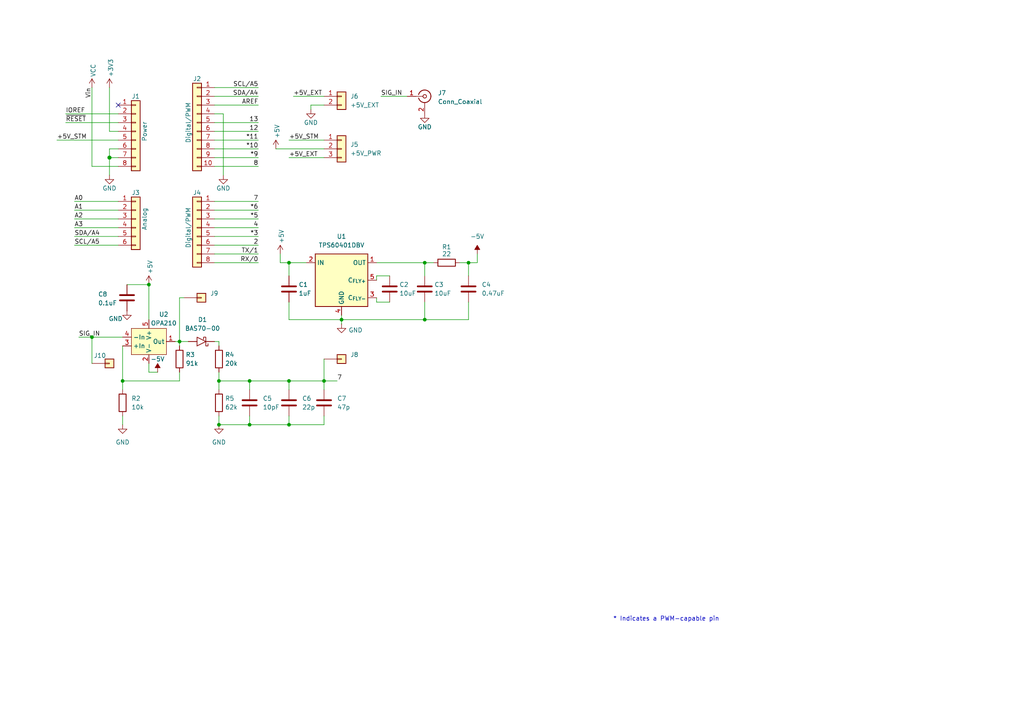
<source format=kicad_sch>
(kicad_sch
	(version 20231120)
	(generator "eeschema")
	(generator_version "8.0")
	(uuid "e63e39d7-6ac0-4ffd-8aa3-1841a4541b55")
	(paper "A4")
	(title_block
		(date "mar. 31 mars 2015")
	)
	(lib_symbols
		(symbol "C1210C106J3RACTU_1"
			(pin_numbers hide)
			(pin_names hide)
			(exclude_from_sim no)
			(in_bom yes)
			(on_board yes)
			(property "Reference" "C"
				(at 3.81 0 0)
				(effects
					(font
						(size 1.27 1.27)
					)
				)
			)
			(property "Value" "10uF"
				(at 5.588 -2.286 0)
				(effects
					(font
						(size 1.27 1.27)
					)
				)
			)
			(property "Footprint" ""
				(at 0 0 0)
				(effects
					(font
						(size 1.27 1.27)
					)
					(hide yes)
				)
			)
			(property "Datasheet" ""
				(at 0 0 0)
				(effects
					(font
						(size 1.27 1.27)
					)
					(hide yes)
				)
			)
			(property "Description" "C1210C106J3RACTU"
				(at 0 0 0)
				(effects
					(font
						(size 1.27 1.27)
					)
					(hide yes)
				)
			)
			(symbol "C1210C106J3RACTU_1_0_1"
				(polyline
					(pts
						(xy -2.032 -0.762) (xy 2.032 -0.762)
					)
					(stroke
						(width 0.508)
						(type default)
					)
					(fill
						(type none)
					)
				)
				(polyline
					(pts
						(xy -2.032 0.762) (xy 2.032 0.762)
					)
					(stroke
						(width 0.508)
						(type default)
					)
					(fill
						(type none)
					)
				)
			)
			(symbol "C1210C106J3RACTU_1_1_1"
				(pin passive line
					(at 0 3.81 270)
					(length 2.794)
					(name "~"
						(effects
							(font
								(size 1.27 1.27)
							)
						)
					)
					(number "1"
						(effects
							(font
								(size 1.27 1.27)
							)
						)
					)
				)
				(pin passive line
					(at 0 -3.81 90)
					(length 2.794)
					(name "~"
						(effects
							(font
								(size 1.27 1.27)
							)
						)
					)
					(number "2"
						(effects
							(font
								(size 1.27 1.27)
							)
						)
					)
				)
			)
		)
		(symbol "Connector:Conn_Coaxial"
			(pin_names
				(offset 1.016) hide)
			(exclude_from_sim no)
			(in_bom yes)
			(on_board yes)
			(property "Reference" "J"
				(at 0.254 3.048 0)
				(effects
					(font
						(size 1.27 1.27)
					)
				)
			)
			(property "Value" "Conn_Coaxial"
				(at 2.921 0 90)
				(effects
					(font
						(size 1.27 1.27)
					)
				)
			)
			(property "Footprint" ""
				(at 0 0 0)
				(effects
					(font
						(size 1.27 1.27)
					)
					(hide yes)
				)
			)
			(property "Datasheet" "~"
				(at 0 0 0)
				(effects
					(font
						(size 1.27 1.27)
					)
					(hide yes)
				)
			)
			(property "Description" "coaxial connector (BNC, SMA, SMB, SMC, Cinch/RCA, LEMO, ...)"
				(at 0 0 0)
				(effects
					(font
						(size 1.27 1.27)
					)
					(hide yes)
				)
			)
			(property "ki_keywords" "BNC SMA SMB SMC LEMO coaxial connector CINCH RCA MCX MMCX U.FL UMRF"
				(at 0 0 0)
				(effects
					(font
						(size 1.27 1.27)
					)
					(hide yes)
				)
			)
			(property "ki_fp_filters" "*BNC* *SMA* *SMB* *SMC* *Cinch* *LEMO* *UMRF* *MCX* *U.FL*"
				(at 0 0 0)
				(effects
					(font
						(size 1.27 1.27)
					)
					(hide yes)
				)
			)
			(symbol "Conn_Coaxial_0_1"
				(arc
					(start -1.778 -0.508)
					(mid 0.2311 -1.8066)
					(end 1.778 0)
					(stroke
						(width 0.254)
						(type default)
					)
					(fill
						(type none)
					)
				)
				(polyline
					(pts
						(xy -2.54 0) (xy -0.508 0)
					)
					(stroke
						(width 0)
						(type default)
					)
					(fill
						(type none)
					)
				)
				(polyline
					(pts
						(xy 0 -2.54) (xy 0 -1.778)
					)
					(stroke
						(width 0)
						(type default)
					)
					(fill
						(type none)
					)
				)
				(circle
					(center 0 0)
					(radius 0.508)
					(stroke
						(width 0.2032)
						(type default)
					)
					(fill
						(type none)
					)
				)
				(arc
					(start 1.778 0)
					(mid 0.2099 1.8101)
					(end -1.778 0.508)
					(stroke
						(width 0.254)
						(type default)
					)
					(fill
						(type none)
					)
				)
			)
			(symbol "Conn_Coaxial_1_1"
				(pin passive line
					(at -5.08 0 0)
					(length 2.54)
					(name "In"
						(effects
							(font
								(size 1.27 1.27)
							)
						)
					)
					(number "1"
						(effects
							(font
								(size 1.27 1.27)
							)
						)
					)
				)
				(pin passive line
					(at 0 -5.08 90)
					(length 2.54)
					(name "Ext"
						(effects
							(font
								(size 1.27 1.27)
							)
						)
					)
					(number "2"
						(effects
							(font
								(size 1.27 1.27)
							)
						)
					)
				)
			)
		)
		(symbol "Connector_Generic:Conn_01x01"
			(pin_numbers hide)
			(pin_names
				(offset 1.016) hide)
			(exclude_from_sim no)
			(in_bom yes)
			(on_board yes)
			(property "Reference" "J"
				(at 0 2.54 0)
				(effects
					(font
						(size 1.27 1.27)
					)
				)
			)
			(property "Value" "Conn_01x01"
				(at 0 -2.54 0)
				(effects
					(font
						(size 1.27 1.27)
					)
				)
			)
			(property "Footprint" ""
				(at 0 0 0)
				(effects
					(font
						(size 1.27 1.27)
					)
					(hide yes)
				)
			)
			(property "Datasheet" "~"
				(at 0 0 0)
				(effects
					(font
						(size 1.27 1.27)
					)
					(hide yes)
				)
			)
			(property "Description" "Generic connector, single row, 01x01, script generated (kicad-library-utils/schlib/autogen/connector/)"
				(at 0 0 0)
				(effects
					(font
						(size 1.27 1.27)
					)
					(hide yes)
				)
			)
			(property "ki_keywords" "connector"
				(at 0 0 0)
				(effects
					(font
						(size 1.27 1.27)
					)
					(hide yes)
				)
			)
			(property "ki_fp_filters" "Connector*:*_1x??_*"
				(at 0 0 0)
				(effects
					(font
						(size 1.27 1.27)
					)
					(hide yes)
				)
			)
			(symbol "Conn_01x01_1_1"
				(rectangle
					(start -1.27 0.127)
					(end 0 -0.127)
					(stroke
						(width 0.1524)
						(type default)
					)
					(fill
						(type none)
					)
				)
				(rectangle
					(start -1.27 1.27)
					(end 1.27 -1.27)
					(stroke
						(width 0.254)
						(type default)
					)
					(fill
						(type background)
					)
				)
				(pin passive line
					(at -5.08 0 0)
					(length 3.81)
					(name "Pin_1"
						(effects
							(font
								(size 1.27 1.27)
							)
						)
					)
					(number "1"
						(effects
							(font
								(size 1.27 1.27)
							)
						)
					)
				)
			)
		)
		(symbol "Connector_Generic:Conn_01x02"
			(pin_names
				(offset 1.016) hide)
			(exclude_from_sim no)
			(in_bom yes)
			(on_board yes)
			(property "Reference" "J"
				(at 0 2.54 0)
				(effects
					(font
						(size 1.27 1.27)
					)
				)
			)
			(property "Value" "Conn_01x02"
				(at 0 -5.08 0)
				(effects
					(font
						(size 1.27 1.27)
					)
				)
			)
			(property "Footprint" ""
				(at 0 0 0)
				(effects
					(font
						(size 1.27 1.27)
					)
					(hide yes)
				)
			)
			(property "Datasheet" "~"
				(at 0 0 0)
				(effects
					(font
						(size 1.27 1.27)
					)
					(hide yes)
				)
			)
			(property "Description" "Generic connector, single row, 01x02, script generated (kicad-library-utils/schlib/autogen/connector/)"
				(at 0 0 0)
				(effects
					(font
						(size 1.27 1.27)
					)
					(hide yes)
				)
			)
			(property "ki_keywords" "connector"
				(at 0 0 0)
				(effects
					(font
						(size 1.27 1.27)
					)
					(hide yes)
				)
			)
			(property "ki_fp_filters" "Connector*:*_1x??_*"
				(at 0 0 0)
				(effects
					(font
						(size 1.27 1.27)
					)
					(hide yes)
				)
			)
			(symbol "Conn_01x02_1_1"
				(rectangle
					(start -1.27 -2.413)
					(end 0 -2.667)
					(stroke
						(width 0.1524)
						(type default)
					)
					(fill
						(type none)
					)
				)
				(rectangle
					(start -1.27 0.127)
					(end 0 -0.127)
					(stroke
						(width 0.1524)
						(type default)
					)
					(fill
						(type none)
					)
				)
				(rectangle
					(start -1.27 1.27)
					(end 1.27 -3.81)
					(stroke
						(width 0.254)
						(type default)
					)
					(fill
						(type background)
					)
				)
				(pin passive line
					(at -5.08 0 0)
					(length 3.81)
					(name "Pin_1"
						(effects
							(font
								(size 1.27 1.27)
							)
						)
					)
					(number "1"
						(effects
							(font
								(size 1.27 1.27)
							)
						)
					)
				)
				(pin passive line
					(at -5.08 -2.54 0)
					(length 3.81)
					(name "Pin_2"
						(effects
							(font
								(size 1.27 1.27)
							)
						)
					)
					(number "2"
						(effects
							(font
								(size 1.27 1.27)
							)
						)
					)
				)
			)
		)
		(symbol "Connector_Generic:Conn_01x03"
			(pin_names
				(offset 1.016) hide)
			(exclude_from_sim no)
			(in_bom yes)
			(on_board yes)
			(property "Reference" "J"
				(at 0 5.08 0)
				(effects
					(font
						(size 1.27 1.27)
					)
				)
			)
			(property "Value" "Conn_01x03"
				(at 0 -5.08 0)
				(effects
					(font
						(size 1.27 1.27)
					)
				)
			)
			(property "Footprint" ""
				(at 0 0 0)
				(effects
					(font
						(size 1.27 1.27)
					)
					(hide yes)
				)
			)
			(property "Datasheet" "~"
				(at 0 0 0)
				(effects
					(font
						(size 1.27 1.27)
					)
					(hide yes)
				)
			)
			(property "Description" "Generic connector, single row, 01x03, script generated (kicad-library-utils/schlib/autogen/connector/)"
				(at 0 0 0)
				(effects
					(font
						(size 1.27 1.27)
					)
					(hide yes)
				)
			)
			(property "ki_keywords" "connector"
				(at 0 0 0)
				(effects
					(font
						(size 1.27 1.27)
					)
					(hide yes)
				)
			)
			(property "ki_fp_filters" "Connector*:*_1x??_*"
				(at 0 0 0)
				(effects
					(font
						(size 1.27 1.27)
					)
					(hide yes)
				)
			)
			(symbol "Conn_01x03_1_1"
				(rectangle
					(start -1.27 -2.413)
					(end 0 -2.667)
					(stroke
						(width 0.1524)
						(type default)
					)
					(fill
						(type none)
					)
				)
				(rectangle
					(start -1.27 0.127)
					(end 0 -0.127)
					(stroke
						(width 0.1524)
						(type default)
					)
					(fill
						(type none)
					)
				)
				(rectangle
					(start -1.27 2.667)
					(end 0 2.413)
					(stroke
						(width 0.1524)
						(type default)
					)
					(fill
						(type none)
					)
				)
				(rectangle
					(start -1.27 3.81)
					(end 1.27 -3.81)
					(stroke
						(width 0.254)
						(type default)
					)
					(fill
						(type background)
					)
				)
				(pin passive line
					(at -5.08 2.54 0)
					(length 3.81)
					(name "Pin_1"
						(effects
							(font
								(size 1.27 1.27)
							)
						)
					)
					(number "1"
						(effects
							(font
								(size 1.27 1.27)
							)
						)
					)
				)
				(pin passive line
					(at -5.08 0 0)
					(length 3.81)
					(name "Pin_2"
						(effects
							(font
								(size 1.27 1.27)
							)
						)
					)
					(number "2"
						(effects
							(font
								(size 1.27 1.27)
							)
						)
					)
				)
				(pin passive line
					(at -5.08 -2.54 0)
					(length 3.81)
					(name "Pin_3"
						(effects
							(font
								(size 1.27 1.27)
							)
						)
					)
					(number "3"
						(effects
							(font
								(size 1.27 1.27)
							)
						)
					)
				)
			)
		)
		(symbol "Connector_Generic:Conn_01x06"
			(pin_names
				(offset 1.016) hide)
			(exclude_from_sim no)
			(in_bom yes)
			(on_board yes)
			(property "Reference" "J"
				(at 0 7.62 0)
				(effects
					(font
						(size 1.27 1.27)
					)
				)
			)
			(property "Value" "Conn_01x06"
				(at 0 -10.16 0)
				(effects
					(font
						(size 1.27 1.27)
					)
				)
			)
			(property "Footprint" ""
				(at 0 0 0)
				(effects
					(font
						(size 1.27 1.27)
					)
					(hide yes)
				)
			)
			(property "Datasheet" "~"
				(at 0 0 0)
				(effects
					(font
						(size 1.27 1.27)
					)
					(hide yes)
				)
			)
			(property "Description" "Generic connector, single row, 01x06, script generated (kicad-library-utils/schlib/autogen/connector/)"
				(at 0 0 0)
				(effects
					(font
						(size 1.27 1.27)
					)
					(hide yes)
				)
			)
			(property "ki_keywords" "connector"
				(at 0 0 0)
				(effects
					(font
						(size 1.27 1.27)
					)
					(hide yes)
				)
			)
			(property "ki_fp_filters" "Connector*:*_1x??_*"
				(at 0 0 0)
				(effects
					(font
						(size 1.27 1.27)
					)
					(hide yes)
				)
			)
			(symbol "Conn_01x06_1_1"
				(rectangle
					(start -1.27 -7.493)
					(end 0 -7.747)
					(stroke
						(width 0.1524)
						(type default)
					)
					(fill
						(type none)
					)
				)
				(rectangle
					(start -1.27 -4.953)
					(end 0 -5.207)
					(stroke
						(width 0.1524)
						(type default)
					)
					(fill
						(type none)
					)
				)
				(rectangle
					(start -1.27 -2.413)
					(end 0 -2.667)
					(stroke
						(width 0.1524)
						(type default)
					)
					(fill
						(type none)
					)
				)
				(rectangle
					(start -1.27 0.127)
					(end 0 -0.127)
					(stroke
						(width 0.1524)
						(type default)
					)
					(fill
						(type none)
					)
				)
				(rectangle
					(start -1.27 2.667)
					(end 0 2.413)
					(stroke
						(width 0.1524)
						(type default)
					)
					(fill
						(type none)
					)
				)
				(rectangle
					(start -1.27 5.207)
					(end 0 4.953)
					(stroke
						(width 0.1524)
						(type default)
					)
					(fill
						(type none)
					)
				)
				(rectangle
					(start -1.27 6.35)
					(end 1.27 -8.89)
					(stroke
						(width 0.254)
						(type default)
					)
					(fill
						(type background)
					)
				)
				(pin passive line
					(at -5.08 5.08 0)
					(length 3.81)
					(name "Pin_1"
						(effects
							(font
								(size 1.27 1.27)
							)
						)
					)
					(number "1"
						(effects
							(font
								(size 1.27 1.27)
							)
						)
					)
				)
				(pin passive line
					(at -5.08 2.54 0)
					(length 3.81)
					(name "Pin_2"
						(effects
							(font
								(size 1.27 1.27)
							)
						)
					)
					(number "2"
						(effects
							(font
								(size 1.27 1.27)
							)
						)
					)
				)
				(pin passive line
					(at -5.08 0 0)
					(length 3.81)
					(name "Pin_3"
						(effects
							(font
								(size 1.27 1.27)
							)
						)
					)
					(number "3"
						(effects
							(font
								(size 1.27 1.27)
							)
						)
					)
				)
				(pin passive line
					(at -5.08 -2.54 0)
					(length 3.81)
					(name "Pin_4"
						(effects
							(font
								(size 1.27 1.27)
							)
						)
					)
					(number "4"
						(effects
							(font
								(size 1.27 1.27)
							)
						)
					)
				)
				(pin passive line
					(at -5.08 -5.08 0)
					(length 3.81)
					(name "Pin_5"
						(effects
							(font
								(size 1.27 1.27)
							)
						)
					)
					(number "5"
						(effects
							(font
								(size 1.27 1.27)
							)
						)
					)
				)
				(pin passive line
					(at -5.08 -7.62 0)
					(length 3.81)
					(name "Pin_6"
						(effects
							(font
								(size 1.27 1.27)
							)
						)
					)
					(number "6"
						(effects
							(font
								(size 1.27 1.27)
							)
						)
					)
				)
			)
		)
		(symbol "Connector_Generic:Conn_01x08"
			(pin_names
				(offset 1.016) hide)
			(exclude_from_sim no)
			(in_bom yes)
			(on_board yes)
			(property "Reference" "J"
				(at 0 10.16 0)
				(effects
					(font
						(size 1.27 1.27)
					)
				)
			)
			(property "Value" "Conn_01x08"
				(at 0 -12.7 0)
				(effects
					(font
						(size 1.27 1.27)
					)
				)
			)
			(property "Footprint" ""
				(at 0 0 0)
				(effects
					(font
						(size 1.27 1.27)
					)
					(hide yes)
				)
			)
			(property "Datasheet" "~"
				(at 0 0 0)
				(effects
					(font
						(size 1.27 1.27)
					)
					(hide yes)
				)
			)
			(property "Description" "Generic connector, single row, 01x08, script generated (kicad-library-utils/schlib/autogen/connector/)"
				(at 0 0 0)
				(effects
					(font
						(size 1.27 1.27)
					)
					(hide yes)
				)
			)
			(property "ki_keywords" "connector"
				(at 0 0 0)
				(effects
					(font
						(size 1.27 1.27)
					)
					(hide yes)
				)
			)
			(property "ki_fp_filters" "Connector*:*_1x??_*"
				(at 0 0 0)
				(effects
					(font
						(size 1.27 1.27)
					)
					(hide yes)
				)
			)
			(symbol "Conn_01x08_1_1"
				(rectangle
					(start -1.27 -10.033)
					(end 0 -10.287)
					(stroke
						(width 0.1524)
						(type default)
					)
					(fill
						(type none)
					)
				)
				(rectangle
					(start -1.27 -7.493)
					(end 0 -7.747)
					(stroke
						(width 0.1524)
						(type default)
					)
					(fill
						(type none)
					)
				)
				(rectangle
					(start -1.27 -4.953)
					(end 0 -5.207)
					(stroke
						(width 0.1524)
						(type default)
					)
					(fill
						(type none)
					)
				)
				(rectangle
					(start -1.27 -2.413)
					(end 0 -2.667)
					(stroke
						(width 0.1524)
						(type default)
					)
					(fill
						(type none)
					)
				)
				(rectangle
					(start -1.27 0.127)
					(end 0 -0.127)
					(stroke
						(width 0.1524)
						(type default)
					)
					(fill
						(type none)
					)
				)
				(rectangle
					(start -1.27 2.667)
					(end 0 2.413)
					(stroke
						(width 0.1524)
						(type default)
					)
					(fill
						(type none)
					)
				)
				(rectangle
					(start -1.27 5.207)
					(end 0 4.953)
					(stroke
						(width 0.1524)
						(type default)
					)
					(fill
						(type none)
					)
				)
				(rectangle
					(start -1.27 7.747)
					(end 0 7.493)
					(stroke
						(width 0.1524)
						(type default)
					)
					(fill
						(type none)
					)
				)
				(rectangle
					(start -1.27 8.89)
					(end 1.27 -11.43)
					(stroke
						(width 0.254)
						(type default)
					)
					(fill
						(type background)
					)
				)
				(pin passive line
					(at -5.08 7.62 0)
					(length 3.81)
					(name "Pin_1"
						(effects
							(font
								(size 1.27 1.27)
							)
						)
					)
					(number "1"
						(effects
							(font
								(size 1.27 1.27)
							)
						)
					)
				)
				(pin passive line
					(at -5.08 5.08 0)
					(length 3.81)
					(name "Pin_2"
						(effects
							(font
								(size 1.27 1.27)
							)
						)
					)
					(number "2"
						(effects
							(font
								(size 1.27 1.27)
							)
						)
					)
				)
				(pin passive line
					(at -5.08 2.54 0)
					(length 3.81)
					(name "Pin_3"
						(effects
							(font
								(size 1.27 1.27)
							)
						)
					)
					(number "3"
						(effects
							(font
								(size 1.27 1.27)
							)
						)
					)
				)
				(pin passive line
					(at -5.08 0 0)
					(length 3.81)
					(name "Pin_4"
						(effects
							(font
								(size 1.27 1.27)
							)
						)
					)
					(number "4"
						(effects
							(font
								(size 1.27 1.27)
							)
						)
					)
				)
				(pin passive line
					(at -5.08 -2.54 0)
					(length 3.81)
					(name "Pin_5"
						(effects
							(font
								(size 1.27 1.27)
							)
						)
					)
					(number "5"
						(effects
							(font
								(size 1.27 1.27)
							)
						)
					)
				)
				(pin passive line
					(at -5.08 -5.08 0)
					(length 3.81)
					(name "Pin_6"
						(effects
							(font
								(size 1.27 1.27)
							)
						)
					)
					(number "6"
						(effects
							(font
								(size 1.27 1.27)
							)
						)
					)
				)
				(pin passive line
					(at -5.08 -7.62 0)
					(length 3.81)
					(name "Pin_7"
						(effects
							(font
								(size 1.27 1.27)
							)
						)
					)
					(number "7"
						(effects
							(font
								(size 1.27 1.27)
							)
						)
					)
				)
				(pin passive line
					(at -5.08 -10.16 0)
					(length 3.81)
					(name "Pin_8"
						(effects
							(font
								(size 1.27 1.27)
							)
						)
					)
					(number "8"
						(effects
							(font
								(size 1.27 1.27)
							)
						)
					)
				)
			)
		)
		(symbol "Connector_Generic:Conn_01x10"
			(pin_names
				(offset 1.016) hide)
			(exclude_from_sim no)
			(in_bom yes)
			(on_board yes)
			(property "Reference" "J"
				(at 0 12.7 0)
				(effects
					(font
						(size 1.27 1.27)
					)
				)
			)
			(property "Value" "Conn_01x10"
				(at 0 -15.24 0)
				(effects
					(font
						(size 1.27 1.27)
					)
				)
			)
			(property "Footprint" ""
				(at 0 0 0)
				(effects
					(font
						(size 1.27 1.27)
					)
					(hide yes)
				)
			)
			(property "Datasheet" "~"
				(at 0 0 0)
				(effects
					(font
						(size 1.27 1.27)
					)
					(hide yes)
				)
			)
			(property "Description" "Generic connector, single row, 01x10, script generated (kicad-library-utils/schlib/autogen/connector/)"
				(at 0 0 0)
				(effects
					(font
						(size 1.27 1.27)
					)
					(hide yes)
				)
			)
			(property "ki_keywords" "connector"
				(at 0 0 0)
				(effects
					(font
						(size 1.27 1.27)
					)
					(hide yes)
				)
			)
			(property "ki_fp_filters" "Connector*:*_1x??_*"
				(at 0 0 0)
				(effects
					(font
						(size 1.27 1.27)
					)
					(hide yes)
				)
			)
			(symbol "Conn_01x10_1_1"
				(rectangle
					(start -1.27 -12.573)
					(end 0 -12.827)
					(stroke
						(width 0.1524)
						(type default)
					)
					(fill
						(type none)
					)
				)
				(rectangle
					(start -1.27 -10.033)
					(end 0 -10.287)
					(stroke
						(width 0.1524)
						(type default)
					)
					(fill
						(type none)
					)
				)
				(rectangle
					(start -1.27 -7.493)
					(end 0 -7.747)
					(stroke
						(width 0.1524)
						(type default)
					)
					(fill
						(type none)
					)
				)
				(rectangle
					(start -1.27 -4.953)
					(end 0 -5.207)
					(stroke
						(width 0.1524)
						(type default)
					)
					(fill
						(type none)
					)
				)
				(rectangle
					(start -1.27 -2.413)
					(end 0 -2.667)
					(stroke
						(width 0.1524)
						(type default)
					)
					(fill
						(type none)
					)
				)
				(rectangle
					(start -1.27 0.127)
					(end 0 -0.127)
					(stroke
						(width 0.1524)
						(type default)
					)
					(fill
						(type none)
					)
				)
				(rectangle
					(start -1.27 2.667)
					(end 0 2.413)
					(stroke
						(width 0.1524)
						(type default)
					)
					(fill
						(type none)
					)
				)
				(rectangle
					(start -1.27 5.207)
					(end 0 4.953)
					(stroke
						(width 0.1524)
						(type default)
					)
					(fill
						(type none)
					)
				)
				(rectangle
					(start -1.27 7.747)
					(end 0 7.493)
					(stroke
						(width 0.1524)
						(type default)
					)
					(fill
						(type none)
					)
				)
				(rectangle
					(start -1.27 10.287)
					(end 0 10.033)
					(stroke
						(width 0.1524)
						(type default)
					)
					(fill
						(type none)
					)
				)
				(rectangle
					(start -1.27 11.43)
					(end 1.27 -13.97)
					(stroke
						(width 0.254)
						(type default)
					)
					(fill
						(type background)
					)
				)
				(pin passive line
					(at -5.08 10.16 0)
					(length 3.81)
					(name "Pin_1"
						(effects
							(font
								(size 1.27 1.27)
							)
						)
					)
					(number "1"
						(effects
							(font
								(size 1.27 1.27)
							)
						)
					)
				)
				(pin passive line
					(at -5.08 -12.7 0)
					(length 3.81)
					(name "Pin_10"
						(effects
							(font
								(size 1.27 1.27)
							)
						)
					)
					(number "10"
						(effects
							(font
								(size 1.27 1.27)
							)
						)
					)
				)
				(pin passive line
					(at -5.08 7.62 0)
					(length 3.81)
					(name "Pin_2"
						(effects
							(font
								(size 1.27 1.27)
							)
						)
					)
					(number "2"
						(effects
							(font
								(size 1.27 1.27)
							)
						)
					)
				)
				(pin passive line
					(at -5.08 5.08 0)
					(length 3.81)
					(name "Pin_3"
						(effects
							(font
								(size 1.27 1.27)
							)
						)
					)
					(number "3"
						(effects
							(font
								(size 1.27 1.27)
							)
						)
					)
				)
				(pin passive line
					(at -5.08 2.54 0)
					(length 3.81)
					(name "Pin_4"
						(effects
							(font
								(size 1.27 1.27)
							)
						)
					)
					(number "4"
						(effects
							(font
								(size 1.27 1.27)
							)
						)
					)
				)
				(pin passive line
					(at -5.08 0 0)
					(length 3.81)
					(name "Pin_5"
						(effects
							(font
								(size 1.27 1.27)
							)
						)
					)
					(number "5"
						(effects
							(font
								(size 1.27 1.27)
							)
						)
					)
				)
				(pin passive line
					(at -5.08 -2.54 0)
					(length 3.81)
					(name "Pin_6"
						(effects
							(font
								(size 1.27 1.27)
							)
						)
					)
					(number "6"
						(effects
							(font
								(size 1.27 1.27)
							)
						)
					)
				)
				(pin passive line
					(at -5.08 -5.08 0)
					(length 3.81)
					(name "Pin_7"
						(effects
							(font
								(size 1.27 1.27)
							)
						)
					)
					(number "7"
						(effects
							(font
								(size 1.27 1.27)
							)
						)
					)
				)
				(pin passive line
					(at -5.08 -7.62 0)
					(length 3.81)
					(name "Pin_8"
						(effects
							(font
								(size 1.27 1.27)
							)
						)
					)
					(number "8"
						(effects
							(font
								(size 1.27 1.27)
							)
						)
					)
				)
				(pin passive line
					(at -5.08 -10.16 0)
					(length 3.81)
					(name "Pin_9"
						(effects
							(font
								(size 1.27 1.27)
							)
						)
					)
					(number "9"
						(effects
							(font
								(size 1.27 1.27)
							)
						)
					)
				)
			)
		)
		(symbol "Device:C"
			(pin_numbers hide)
			(pin_names
				(offset 0.254)
			)
			(exclude_from_sim no)
			(in_bom yes)
			(on_board yes)
			(property "Reference" "C"
				(at 0.635 2.54 0)
				(effects
					(font
						(size 1.27 1.27)
					)
					(justify left)
				)
			)
			(property "Value" "C"
				(at 0.635 -2.54 0)
				(effects
					(font
						(size 1.27 1.27)
					)
					(justify left)
				)
			)
			(property "Footprint" ""
				(at 0.9652 -3.81 0)
				(effects
					(font
						(size 1.27 1.27)
					)
					(hide yes)
				)
			)
			(property "Datasheet" "~"
				(at 0 0 0)
				(effects
					(font
						(size 1.27 1.27)
					)
					(hide yes)
				)
			)
			(property "Description" "Unpolarized capacitor"
				(at 0 0 0)
				(effects
					(font
						(size 1.27 1.27)
					)
					(hide yes)
				)
			)
			(property "ki_keywords" "cap capacitor"
				(at 0 0 0)
				(effects
					(font
						(size 1.27 1.27)
					)
					(hide yes)
				)
			)
			(property "ki_fp_filters" "C_*"
				(at 0 0 0)
				(effects
					(font
						(size 1.27 1.27)
					)
					(hide yes)
				)
			)
			(symbol "C_0_1"
				(polyline
					(pts
						(xy -2.032 -0.762) (xy 2.032 -0.762)
					)
					(stroke
						(width 0.508)
						(type default)
					)
					(fill
						(type none)
					)
				)
				(polyline
					(pts
						(xy -2.032 0.762) (xy 2.032 0.762)
					)
					(stroke
						(width 0.508)
						(type default)
					)
					(fill
						(type none)
					)
				)
			)
			(symbol "C_1_1"
				(pin passive line
					(at 0 3.81 270)
					(length 2.794)
					(name "~"
						(effects
							(font
								(size 1.27 1.27)
							)
						)
					)
					(number "1"
						(effects
							(font
								(size 1.27 1.27)
							)
						)
					)
				)
				(pin passive line
					(at 0 -3.81 90)
					(length 2.794)
					(name "~"
						(effects
							(font
								(size 1.27 1.27)
							)
						)
					)
					(number "2"
						(effects
							(font
								(size 1.27 1.27)
							)
						)
					)
				)
			)
		)
		(symbol "GND_1"
			(power)
			(pin_numbers hide)
			(pin_names
				(offset 0) hide)
			(exclude_from_sim no)
			(in_bom yes)
			(on_board yes)
			(property "Reference" "#PWR"
				(at 0 -6.35 0)
				(effects
					(font
						(size 1.27 1.27)
					)
					(hide yes)
				)
			)
			(property "Value" "GND"
				(at 0 -3.81 0)
				(effects
					(font
						(size 1.27 1.27)
					)
				)
			)
			(property "Footprint" ""
				(at 0 0 0)
				(effects
					(font
						(size 1.27 1.27)
					)
					(hide yes)
				)
			)
			(property "Datasheet" ""
				(at 0 0 0)
				(effects
					(font
						(size 1.27 1.27)
					)
					(hide yes)
				)
			)
			(property "Description" "Power symbol creates a global label with name \"GND\" , ground"
				(at 0 0 0)
				(effects
					(font
						(size 1.27 1.27)
					)
					(hide yes)
				)
			)
			(property "ki_keywords" "global power"
				(at 0 0 0)
				(effects
					(font
						(size 1.27 1.27)
					)
					(hide yes)
				)
			)
			(symbol "GND_1_0_1"
				(polyline
					(pts
						(xy 0 0) (xy 0 -1.27) (xy 1.27 -1.27) (xy 0 -2.54) (xy -1.27 -1.27) (xy 0 -1.27)
					)
					(stroke
						(width 0)
						(type default)
					)
					(fill
						(type none)
					)
				)
			)
			(symbol "GND_1_1_1"
				(pin power_in line
					(at 0 0 270)
					(length 0)
					(name "~"
						(effects
							(font
								(size 1.27 1.27)
							)
						)
					)
					(number "1"
						(effects
							(font
								(size 1.27 1.27)
							)
						)
					)
				)
			)
		)
		(symbol "Regulator_SwitchedCapacitor:TPS60401DBV"
			(exclude_from_sim no)
			(in_bom yes)
			(on_board yes)
			(property "Reference" "U"
				(at 6.35 8.89 0)
				(effects
					(font
						(size 1.27 1.27)
					)
				)
			)
			(property "Value" "TPS60401DBV"
				(at 7.62 -8.89 0)
				(effects
					(font
						(size 1.27 1.27)
					)
				)
			)
			(property "Footprint" "Package_TO_SOT_SMD:SOT-23-5"
				(at 0 12.7 0)
				(effects
					(font
						(size 1.27 1.27)
					)
					(hide yes)
				)
			)
			(property "Datasheet" "https://www.ti.com/lit/ds/symlink/tps60401.pdf"
				(at 0 -22.86 0)
				(effects
					(font
						(size 1.27 1.27)
					)
					(hide yes)
				)
			)
			(property "Description" "Unregulated 60-mA Charge Pump Voltage Inverter with Fixed Switching Frequency 20 kHz, SOT-23-5"
				(at 0 0 0)
				(effects
					(font
						(size 1.27 1.27)
					)
					(hide yes)
				)
			)
			(property "ki_keywords" "unregulated charge pump inverter fixed switching frequency"
				(at 0 0 0)
				(effects
					(font
						(size 1.27 1.27)
					)
					(hide yes)
				)
			)
			(property "ki_fp_filters" "SOT?23*"
				(at 0 0 0)
				(effects
					(font
						(size 1.27 1.27)
					)
					(hide yes)
				)
			)
			(symbol "TPS60401DBV_1_1"
				(rectangle
					(start -7.62 7.62)
					(end 7.62 -7.62)
					(stroke
						(width 0.254)
						(type default)
					)
					(fill
						(type background)
					)
				)
				(pin power_out line
					(at 10.16 5.08 180)
					(length 2.54)
					(name "OUT"
						(effects
							(font
								(size 1.27 1.27)
							)
						)
					)
					(number "1"
						(effects
							(font
								(size 1.27 1.27)
							)
						)
					)
				)
				(pin power_in line
					(at -10.16 5.08 0)
					(length 2.54)
					(name "IN"
						(effects
							(font
								(size 1.27 1.27)
							)
						)
					)
					(number "2"
						(effects
							(font
								(size 1.27 1.27)
							)
						)
					)
				)
				(pin passive line
					(at 10.16 -5.08 180)
					(length 2.54)
					(name "C_{FLY-}"
						(effects
							(font
								(size 1.27 1.27)
							)
						)
					)
					(number "3"
						(effects
							(font
								(size 1.27 1.27)
							)
						)
					)
				)
				(pin power_in line
					(at 0 -10.16 90)
					(length 2.54)
					(name "GND"
						(effects
							(font
								(size 1.27 1.27)
							)
						)
					)
					(number "4"
						(effects
							(font
								(size 1.27 1.27)
							)
						)
					)
				)
				(pin passive line
					(at 10.16 0 180)
					(length 2.54)
					(name "C_{FLY+}"
						(effects
							(font
								(size 1.27 1.27)
							)
						)
					)
					(number "5"
						(effects
							(font
								(size 1.27 1.27)
							)
						)
					)
				)
			)
		)
		(symbol "Shield_Frequency_meter:BAS70-00"
			(pin_numbers hide)
			(pin_names hide)
			(exclude_from_sim no)
			(in_bom yes)
			(on_board yes)
			(property "Reference" "D"
				(at 0 2.54 0)
				(effects
					(font
						(size 1.27 1.27)
					)
				)
			)
			(property "Value" "BAS70-00"
				(at 0 -3.81 0)
				(effects
					(font
						(size 1.27 1.27)
					)
				)
			)
			(property "Footprint" ""
				(at 5.08 1.27 0)
				(effects
					(font
						(size 1.27 1.27)
					)
					(hide yes)
				)
			)
			(property "Datasheet" ""
				(at 5.08 1.27 0)
				(effects
					(font
						(size 1.27 1.27)
					)
					(hide yes)
				)
			)
			(property "Description" "BAS70-00"
				(at 5.08 1.27 0)
				(effects
					(font
						(size 1.27 1.27)
					)
					(hide yes)
				)
			)
			(symbol "BAS70-00_0_1"
				(polyline
					(pts
						(xy 1.27 1.27) (xy 1.27 -1.27) (xy -1.27 0) (xy 1.27 1.27)
					)
					(stroke
						(width 0.2032)
						(type default)
					)
					(fill
						(type none)
					)
				)
				(polyline
					(pts
						(xy -1.905 0.635) (xy -1.905 1.27) (xy -1.27 1.27) (xy -1.27 -1.27) (xy -0.635 -1.27) (xy -0.635 -0.635)
					)
					(stroke
						(width 0.2032)
						(type default)
					)
					(fill
						(type none)
					)
				)
			)
			(symbol "BAS70-00_1_1"
				(pin input line
					(at 3.81 0 180)
					(length 2.54)
					(name ""
						(effects
							(font
								(size 1.27 1.27)
							)
						)
					)
					(number "1"
						(effects
							(font
								(size 1.27 1.27)
							)
						)
					)
				)
				(pin output line
					(at -3.81 0 0)
					(length 2.54)
					(name ""
						(effects
							(font
								(size 1.27 1.27)
							)
						)
					)
					(number "3"
						(effects
							(font
								(size 1.27 1.27)
							)
						)
					)
				)
			)
		)
		(symbol "Shield_Frequency_meter:C0805C105J3RACTU"
			(pin_numbers hide)
			(pin_names hide)
			(exclude_from_sim no)
			(in_bom yes)
			(on_board yes)
			(property "Reference" "C"
				(at 3.81 0 0)
				(effects
					(font
						(size 1.27 1.27)
					)
				)
			)
			(property "Value" "1uF"
				(at 5.588 -2.286 0)
				(effects
					(font
						(size 1.27 1.27)
					)
				)
			)
			(property "Footprint" ""
				(at 0 0 0)
				(effects
					(font
						(size 1.27 1.27)
					)
					(hide yes)
				)
			)
			(property "Datasheet" ""
				(at 0 0 0)
				(effects
					(font
						(size 1.27 1.27)
					)
					(hide yes)
				)
			)
			(property "Description" "C0805C105J3RACTU"
				(at 0 0 0)
				(effects
					(font
						(size 1.27 1.27)
					)
					(hide yes)
				)
			)
			(symbol "C0805C105J3RACTU_0_1"
				(polyline
					(pts
						(xy -2.032 -0.762) (xy 2.032 -0.762)
					)
					(stroke
						(width 0.508)
						(type default)
					)
					(fill
						(type none)
					)
				)
				(polyline
					(pts
						(xy -2.032 0.762) (xy 2.032 0.762)
					)
					(stroke
						(width 0.508)
						(type default)
					)
					(fill
						(type none)
					)
				)
			)
			(symbol "C0805C105J3RACTU_1_1"
				(pin passive line
					(at 0 3.81 270)
					(length 2.794)
					(name "~"
						(effects
							(font
								(size 1.27 1.27)
							)
						)
					)
					(number "1"
						(effects
							(font
								(size 1.27 1.27)
							)
						)
					)
				)
				(pin passive line
					(at 0 -3.81 90)
					(length 2.794)
					(name "~"
						(effects
							(font
								(size 1.27 1.27)
							)
						)
					)
					(number "2"
						(effects
							(font
								(size 1.27 1.27)
							)
						)
					)
				)
			)
		)
		(symbol "Shield_Frequency_meter:C1206C474J5NACTU"
			(pin_numbers hide)
			(pin_names hide)
			(exclude_from_sim no)
			(in_bom yes)
			(on_board yes)
			(property "Reference" "C"
				(at 3.81 0 0)
				(effects
					(font
						(size 1.27 1.27)
					)
				)
			)
			(property "Value" "0.47uF"
				(at 5.588 -2.286 0)
				(effects
					(font
						(size 1.27 1.27)
					)
				)
			)
			(property "Footprint" ""
				(at 0 0 0)
				(effects
					(font
						(size 1.27 1.27)
					)
					(hide yes)
				)
			)
			(property "Datasheet" ""
				(at 0 0 0)
				(effects
					(font
						(size 1.27 1.27)
					)
					(hide yes)
				)
			)
			(property "Description" "C1206C474J5NACTU"
				(at 0 0 0)
				(effects
					(font
						(size 1.27 1.27)
					)
					(hide yes)
				)
			)
			(symbol "C1206C474J5NACTU_0_1"
				(polyline
					(pts
						(xy -2.032 -0.762) (xy 2.032 -0.762)
					)
					(stroke
						(width 0.508)
						(type default)
					)
					(fill
						(type none)
					)
				)
				(polyline
					(pts
						(xy -2.032 0.762) (xy 2.032 0.762)
					)
					(stroke
						(width 0.508)
						(type default)
					)
					(fill
						(type none)
					)
				)
			)
			(symbol "C1206C474J5NACTU_1_1"
				(pin passive line
					(at 0 3.81 270)
					(length 2.794)
					(name "~"
						(effects
							(font
								(size 1.27 1.27)
							)
						)
					)
					(number "1"
						(effects
							(font
								(size 1.27 1.27)
							)
						)
					)
				)
				(pin passive line
					(at 0 -3.81 90)
					(length 2.794)
					(name "~"
						(effects
							(font
								(size 1.27 1.27)
							)
						)
					)
					(number "2"
						(effects
							(font
								(size 1.27 1.27)
							)
						)
					)
				)
			)
		)
		(symbol "Shield_Frequency_meter:C1210C106J3RACTU"
			(pin_numbers hide)
			(pin_names hide)
			(exclude_from_sim no)
			(in_bom yes)
			(on_board yes)
			(property "Reference" "C"
				(at 3.81 0 0)
				(effects
					(font
						(size 1.27 1.27)
					)
				)
			)
			(property "Value" "10uF"
				(at 5.588 -2.286 0)
				(effects
					(font
						(size 1.27 1.27)
					)
				)
			)
			(property "Footprint" ""
				(at 0 0 0)
				(effects
					(font
						(size 1.27 1.27)
					)
					(hide yes)
				)
			)
			(property "Datasheet" ""
				(at 0 0 0)
				(effects
					(font
						(size 1.27 1.27)
					)
					(hide yes)
				)
			)
			(property "Description" "C1210C106J3RACTU"
				(at 0 0 0)
				(effects
					(font
						(size 1.27 1.27)
					)
					(hide yes)
				)
			)
			(symbol "C1210C106J3RACTU_0_1"
				(polyline
					(pts
						(xy -2.032 -0.762) (xy 2.032 -0.762)
					)
					(stroke
						(width 0.508)
						(type default)
					)
					(fill
						(type none)
					)
				)
				(polyline
					(pts
						(xy -2.032 0.762) (xy 2.032 0.762)
					)
					(stroke
						(width 0.508)
						(type default)
					)
					(fill
						(type none)
					)
				)
			)
			(symbol "C1210C106J3RACTU_1_1"
				(pin passive line
					(at 0 3.81 270)
					(length 2.794)
					(name "~"
						(effects
							(font
								(size 1.27 1.27)
							)
						)
					)
					(number "1"
						(effects
							(font
								(size 1.27 1.27)
							)
						)
					)
				)
				(pin passive line
					(at 0 -3.81 90)
					(length 2.794)
					(name "~"
						(effects
							(font
								(size 1.27 1.27)
							)
						)
					)
					(number "2"
						(effects
							(font
								(size 1.27 1.27)
							)
						)
					)
				)
			)
		)
		(symbol "Shield_Frequency_meter:CHP0805AFX-1002ELF"
			(pin_numbers hide)
			(pin_names hide)
			(exclude_from_sim no)
			(in_bom yes)
			(on_board yes)
			(property "Reference" "R"
				(at 2.54 1.016 0)
				(effects
					(font
						(size 1.27 1.27)
					)
				)
			)
			(property "Value" "10k"
				(at 3.048 -0.762 0)
				(effects
					(font
						(size 1.27 1.27)
					)
				)
			)
			(property "Footprint" ""
				(at 0 0 0)
				(effects
					(font
						(size 1.27 1.27)
					)
					(hide yes)
				)
			)
			(property "Datasheet" ""
				(at 0 0 0)
				(effects
					(font
						(size 1.27 1.27)
					)
					(hide yes)
				)
			)
			(property "Description" "CHP0805AFX-1002ELF"
				(at 0 0 0)
				(effects
					(font
						(size 1.27 1.27)
					)
					(hide yes)
				)
			)
			(symbol "CHP0805AFX-1002ELF_0_1"
				(rectangle
					(start -1.016 2.54)
					(end 1.016 -2.54)
					(stroke
						(width 0.254)
						(type default)
					)
					(fill
						(type none)
					)
				)
			)
			(symbol "CHP0805AFX-1002ELF_1_1"
				(pin passive line
					(at 0 3.81 270)
					(length 1.27)
					(name "~"
						(effects
							(font
								(size 1.27 1.27)
							)
						)
					)
					(number "1"
						(effects
							(font
								(size 1.27 1.27)
							)
						)
					)
				)
				(pin passive line
					(at 0 -3.81 90)
					(length 1.27)
					(name "~"
						(effects
							(font
								(size 1.27 1.27)
							)
						)
					)
					(number "2"
						(effects
							(font
								(size 1.27 1.27)
							)
						)
					)
				)
			)
		)
		(symbol "Shield_Frequency_meter:CRCW080562K0FKEA"
			(pin_numbers hide)
			(pin_names hide)
			(exclude_from_sim no)
			(in_bom yes)
			(on_board yes)
			(property "Reference" "R"
				(at 2.54 1.016 0)
				(effects
					(font
						(size 1.27 1.27)
					)
				)
			)
			(property "Value" "62k"
				(at 3.048 -0.762 0)
				(effects
					(font
						(size 1.27 1.27)
					)
				)
			)
			(property "Footprint" ""
				(at 0 0 0)
				(effects
					(font
						(size 1.27 1.27)
					)
					(hide yes)
				)
			)
			(property "Datasheet" ""
				(at 0 0 0)
				(effects
					(font
						(size 1.27 1.27)
					)
					(hide yes)
				)
			)
			(property "Description" "CRCW080562K0FKEA"
				(at 0 0 0)
				(effects
					(font
						(size 1.27 1.27)
					)
					(hide yes)
				)
			)
			(symbol "CRCW080562K0FKEA_0_1"
				(rectangle
					(start -1.016 2.54)
					(end 1.016 -2.54)
					(stroke
						(width 0.254)
						(type default)
					)
					(fill
						(type none)
					)
				)
			)
			(symbol "CRCW080562K0FKEA_1_1"
				(pin passive line
					(at 0 3.81 270)
					(length 1.27)
					(name "~"
						(effects
							(font
								(size 1.27 1.27)
							)
						)
					)
					(number "1"
						(effects
							(font
								(size 1.27 1.27)
							)
						)
					)
				)
				(pin passive line
					(at 0 -3.81 90)
					(length 1.27)
					(name "~"
						(effects
							(font
								(size 1.27 1.27)
							)
						)
					)
					(number "2"
						(effects
							(font
								(size 1.27 1.27)
							)
						)
					)
				)
			)
		)
		(symbol "Shield_Frequency_meter:CRCW080591K0FKEA"
			(pin_numbers hide)
			(pin_names hide)
			(exclude_from_sim no)
			(in_bom yes)
			(on_board yes)
			(property "Reference" "R"
				(at 2.54 1.016 0)
				(effects
					(font
						(size 1.27 1.27)
					)
				)
			)
			(property "Value" "91k"
				(at 3.048 -0.762 0)
				(effects
					(font
						(size 1.27 1.27)
					)
				)
			)
			(property "Footprint" ""
				(at 0 0 0)
				(effects
					(font
						(size 1.27 1.27)
					)
					(hide yes)
				)
			)
			(property "Datasheet" ""
				(at 0 0 0)
				(effects
					(font
						(size 1.27 1.27)
					)
					(hide yes)
				)
			)
			(property "Description" "CRCW080591K0FKEA"
				(at 0 0 0)
				(effects
					(font
						(size 1.27 1.27)
					)
					(hide yes)
				)
			)
			(symbol "CRCW080591K0FKEA_0_1"
				(rectangle
					(start -1.016 2.54)
					(end 1.016 -2.54)
					(stroke
						(width 0.254)
						(type default)
					)
					(fill
						(type none)
					)
				)
			)
			(symbol "CRCW080591K0FKEA_1_1"
				(pin passive line
					(at 0 3.81 270)
					(length 1.27)
					(name "~"
						(effects
							(font
								(size 1.27 1.27)
							)
						)
					)
					(number "1"
						(effects
							(font
								(size 1.27 1.27)
							)
						)
					)
				)
				(pin passive line
					(at 0 -3.81 90)
					(length 1.27)
					(name "~"
						(effects
							(font
								(size 1.27 1.27)
							)
						)
					)
					(number "2"
						(effects
							(font
								(size 1.27 1.27)
							)
						)
					)
				)
			)
		)
		(symbol "Shield_Frequency_meter:MBASU105SCH100CFNA01"
			(pin_numbers hide)
			(pin_names hide)
			(exclude_from_sim no)
			(in_bom yes)
			(on_board yes)
			(property "Reference" "C"
				(at 3.81 0 0)
				(effects
					(font
						(size 1.27 1.27)
					)
				)
			)
			(property "Value" "10pF"
				(at 5.588 -2.286 0)
				(effects
					(font
						(size 1.27 1.27)
					)
				)
			)
			(property "Footprint" ""
				(at 0 0 0)
				(effects
					(font
						(size 1.27 1.27)
					)
					(hide yes)
				)
			)
			(property "Datasheet" ""
				(at 0 0 0)
				(effects
					(font
						(size 1.27 1.27)
					)
					(hide yes)
				)
			)
			(property "Description" "MBASU105SCH100CFNA01"
				(at 0 0 0)
				(effects
					(font
						(size 1.27 1.27)
					)
					(hide yes)
				)
			)
			(symbol "MBASU105SCH100CFNA01_0_1"
				(polyline
					(pts
						(xy -2.032 -0.762) (xy 2.032 -0.762)
					)
					(stroke
						(width 0.508)
						(type default)
					)
					(fill
						(type none)
					)
				)
				(polyline
					(pts
						(xy -2.032 0.762) (xy 2.032 0.762)
					)
					(stroke
						(width 0.508)
						(type default)
					)
					(fill
						(type none)
					)
				)
			)
			(symbol "MBASU105SCH100CFNA01_1_1"
				(pin passive line
					(at 0 3.81 270)
					(length 2.794)
					(name "~"
						(effects
							(font
								(size 1.27 1.27)
							)
						)
					)
					(number "1"
						(effects
							(font
								(size 1.27 1.27)
							)
						)
					)
				)
				(pin passive line
					(at 0 -3.81 90)
					(length 2.794)
					(name "~"
						(effects
							(font
								(size 1.27 1.27)
							)
						)
					)
					(number "2"
						(effects
							(font
								(size 1.27 1.27)
							)
						)
					)
				)
			)
		)
		(symbol "Shield_Frequency_meter:MCU08050C2002FP500"
			(pin_numbers hide)
			(pin_names hide)
			(exclude_from_sim no)
			(in_bom yes)
			(on_board yes)
			(property "Reference" "R"
				(at 2.54 1.016 0)
				(effects
					(font
						(size 1.27 1.27)
					)
				)
			)
			(property "Value" "20k"
				(at 3.048 -0.762 0)
				(effects
					(font
						(size 1.27 1.27)
					)
				)
			)
			(property "Footprint" ""
				(at 0 0 0)
				(effects
					(font
						(size 1.27 1.27)
					)
					(hide yes)
				)
			)
			(property "Datasheet" ""
				(at 0 0 0)
				(effects
					(font
						(size 1.27 1.27)
					)
					(hide yes)
				)
			)
			(property "Description" "MCU08050C2002FP500"
				(at 0 0 0)
				(effects
					(font
						(size 1.27 1.27)
					)
					(hide yes)
				)
			)
			(symbol "MCU08050C2002FP500_0_1"
				(rectangle
					(start -1.016 2.54)
					(end 1.016 -2.54)
					(stroke
						(width 0.254)
						(type default)
					)
					(fill
						(type none)
					)
				)
			)
			(symbol "MCU08050C2002FP500_1_1"
				(pin passive line
					(at 0 3.81 270)
					(length 1.27)
					(name "~"
						(effects
							(font
								(size 1.27 1.27)
							)
						)
					)
					(number "1"
						(effects
							(font
								(size 1.27 1.27)
							)
						)
					)
				)
				(pin passive line
					(at 0 -3.81 90)
					(length 1.27)
					(name "~"
						(effects
							(font
								(size 1.27 1.27)
							)
						)
					)
					(number "2"
						(effects
							(font
								(size 1.27 1.27)
							)
						)
					)
				)
			)
		)
		(symbol "Shield_Frequency_meter:MCU08050C2209FP500"
			(pin_numbers hide)
			(pin_names hide)
			(exclude_from_sim no)
			(in_bom yes)
			(on_board yes)
			(property "Reference" "R"
				(at 0 0 0)
				(effects
					(font
						(size 1.27 1.27)
					)
				)
			)
			(property "Value" "22"
				(at 2.54 -1.27 0)
				(effects
					(font
						(size 1.27 1.27)
					)
				)
			)
			(property "Footprint" ""
				(at 0 0 0)
				(effects
					(font
						(size 1.27 1.27)
					)
					(hide yes)
				)
			)
			(property "Datasheet" ""
				(at 0 0 0)
				(effects
					(font
						(size 1.27 1.27)
					)
					(hide yes)
				)
			)
			(property "Description" "MCU08050C2209FP500"
				(at 0 0 0)
				(effects
					(font
						(size 1.27 1.27)
					)
					(hide yes)
				)
			)
			(symbol "MCU08050C2209FP500_0_1"
				(rectangle
					(start -1.016 -2.54)
					(end 1.016 2.54)
					(stroke
						(width 0.254)
						(type default)
					)
					(fill
						(type none)
					)
				)
			)
			(symbol "MCU08050C2209FP500_1_1"
				(pin passive line
					(at 0 3.81 270)
					(length 1.27)
					(name "~"
						(effects
							(font
								(size 1.27 1.27)
							)
						)
					)
					(number "1"
						(effects
							(font
								(size 1.27 1.27)
							)
						)
					)
				)
				(pin passive line
					(at 0 -3.81 90)
					(length 1.27)
					(name "~"
						(effects
							(font
								(size 1.27 1.27)
							)
						)
					)
					(number "2"
						(effects
							(font
								(size 1.27 1.27)
							)
						)
					)
				)
			)
		)
		(symbol "Shield_Frequency_meter:OPA210"
			(exclude_from_sim no)
			(in_bom yes)
			(on_board yes)
			(property "Reference" "U"
				(at 0 0 0)
				(effects
					(font
						(size 1.27 1.27)
					)
				)
			)
			(property "Value" "OPA210"
				(at 4.826 -6.35 0)
				(effects
					(font
						(size 1.27 1.27)
					)
				)
			)
			(property "Footprint" ""
				(at 0 0 0)
				(effects
					(font
						(size 1.27 1.27)
					)
					(hide yes)
				)
			)
			(property "Datasheet" ""
				(at 0 0 0)
				(effects
					(font
						(size 1.27 1.27)
					)
					(hide yes)
				)
			)
			(property "Description" ""
				(at 0 0 0)
				(effects
					(font
						(size 1.27 1.27)
					)
					(hide yes)
				)
			)
			(symbol "OPA210_1_1"
				(rectangle
					(start -5.08 3.81)
					(end 5.08 -3.81)
					(stroke
						(width 0)
						(type default)
					)
					(fill
						(type background)
					)
				)
				(pin output line
					(at 7.62 0 180)
					(length 2.54)
					(name "Out"
						(effects
							(font
								(size 1.27 1.27)
							)
						)
					)
					(number "1"
						(effects
							(font
								(size 1.27 1.27)
							)
						)
					)
				)
				(pin power_in line
					(at 0 -6.35 90)
					(length 2.54)
					(name "V-"
						(effects
							(font
								(size 1.27 1.27)
							)
						)
					)
					(number "2"
						(effects
							(font
								(size 1.27 1.27)
							)
						)
					)
				)
				(pin input line
					(at -7.62 -1.27 0)
					(length 2.54)
					(name "+In"
						(effects
							(font
								(size 1.27 1.27)
							)
						)
					)
					(number "3"
						(effects
							(font
								(size 1.27 1.27)
							)
						)
					)
				)
				(pin input line
					(at -7.62 1.27 0)
					(length 2.54)
					(name "-In"
						(effects
							(font
								(size 1.27 1.27)
							)
						)
					)
					(number "4"
						(effects
							(font
								(size 1.27 1.27)
							)
						)
					)
				)
				(pin power_in line
					(at 0 6.35 270)
					(length 2.54)
					(name "V+"
						(effects
							(font
								(size 1.27 1.27)
							)
						)
					)
					(number "5"
						(effects
							(font
								(size 1.27 1.27)
							)
						)
					)
				)
			)
		)
		(symbol "power:+3V3"
			(power)
			(pin_names
				(offset 0)
			)
			(exclude_from_sim no)
			(in_bom yes)
			(on_board yes)
			(property "Reference" "#PWR"
				(at 0 -3.81 0)
				(effects
					(font
						(size 1.27 1.27)
					)
					(hide yes)
				)
			)
			(property "Value" "+3V3"
				(at 0 3.556 0)
				(effects
					(font
						(size 1.27 1.27)
					)
				)
			)
			(property "Footprint" ""
				(at 0 0 0)
				(effects
					(font
						(size 1.27 1.27)
					)
					(hide yes)
				)
			)
			(property "Datasheet" ""
				(at 0 0 0)
				(effects
					(font
						(size 1.27 1.27)
					)
					(hide yes)
				)
			)
			(property "Description" "Power symbol creates a global label with name \"+3V3\""
				(at 0 0 0)
				(effects
					(font
						(size 1.27 1.27)
					)
					(hide yes)
				)
			)
			(property "ki_keywords" "power-flag"
				(at 0 0 0)
				(effects
					(font
						(size 1.27 1.27)
					)
					(hide yes)
				)
			)
			(symbol "+3V3_0_1"
				(polyline
					(pts
						(xy -0.762 1.27) (xy 0 2.54)
					)
					(stroke
						(width 0)
						(type default)
					)
					(fill
						(type none)
					)
				)
				(polyline
					(pts
						(xy 0 0) (xy 0 2.54)
					)
					(stroke
						(width 0)
						(type default)
					)
					(fill
						(type none)
					)
				)
				(polyline
					(pts
						(xy 0 2.54) (xy 0.762 1.27)
					)
					(stroke
						(width 0)
						(type default)
					)
					(fill
						(type none)
					)
				)
			)
			(symbol "+3V3_1_1"
				(pin power_in line
					(at 0 0 90)
					(length 0) hide
					(name "+3V3"
						(effects
							(font
								(size 1.27 1.27)
							)
						)
					)
					(number "1"
						(effects
							(font
								(size 1.27 1.27)
							)
						)
					)
				)
			)
		)
		(symbol "power:+5V"
			(power)
			(pin_names
				(offset 0)
			)
			(exclude_from_sim no)
			(in_bom yes)
			(on_board yes)
			(property "Reference" "#PWR"
				(at 0 -3.81 0)
				(effects
					(font
						(size 1.27 1.27)
					)
					(hide yes)
				)
			)
			(property "Value" "+5V"
				(at 0 3.556 0)
				(effects
					(font
						(size 1.27 1.27)
					)
				)
			)
			(property "Footprint" ""
				(at 0 0 0)
				(effects
					(font
						(size 1.27 1.27)
					)
					(hide yes)
				)
			)
			(property "Datasheet" ""
				(at 0 0 0)
				(effects
					(font
						(size 1.27 1.27)
					)
					(hide yes)
				)
			)
			(property "Description" "Power symbol creates a global label with name \"+5V\""
				(at 0 0 0)
				(effects
					(font
						(size 1.27 1.27)
					)
					(hide yes)
				)
			)
			(property "ki_keywords" "power-flag"
				(at 0 0 0)
				(effects
					(font
						(size 1.27 1.27)
					)
					(hide yes)
				)
			)
			(symbol "+5V_0_1"
				(polyline
					(pts
						(xy -0.762 1.27) (xy 0 2.54)
					)
					(stroke
						(width 0)
						(type default)
					)
					(fill
						(type none)
					)
				)
				(polyline
					(pts
						(xy 0 0) (xy 0 2.54)
					)
					(stroke
						(width 0)
						(type default)
					)
					(fill
						(type none)
					)
				)
				(polyline
					(pts
						(xy 0 2.54) (xy 0.762 1.27)
					)
					(stroke
						(width 0)
						(type default)
					)
					(fill
						(type none)
					)
				)
			)
			(symbol "+5V_1_1"
				(pin power_in line
					(at 0 0 90)
					(length 0) hide
					(name "+5V"
						(effects
							(font
								(size 1.27 1.27)
							)
						)
					)
					(number "1"
						(effects
							(font
								(size 1.27 1.27)
							)
						)
					)
				)
			)
		)
		(symbol "power:-5V"
			(power)
			(pin_numbers hide)
			(pin_names
				(offset 0) hide)
			(exclude_from_sim no)
			(in_bom yes)
			(on_board yes)
			(property "Reference" "#PWR"
				(at 0 -3.81 0)
				(effects
					(font
						(size 1.27 1.27)
					)
					(hide yes)
				)
			)
			(property "Value" "-5V"
				(at 0 3.556 0)
				(effects
					(font
						(size 1.27 1.27)
					)
				)
			)
			(property "Footprint" ""
				(at 0 0 0)
				(effects
					(font
						(size 1.27 1.27)
					)
					(hide yes)
				)
			)
			(property "Datasheet" ""
				(at 0 0 0)
				(effects
					(font
						(size 1.27 1.27)
					)
					(hide yes)
				)
			)
			(property "Description" "Power symbol creates a global label with name \"-5V\""
				(at 0 0 0)
				(effects
					(font
						(size 1.27 1.27)
					)
					(hide yes)
				)
			)
			(property "ki_keywords" "global power"
				(at 0 0 0)
				(effects
					(font
						(size 1.27 1.27)
					)
					(hide yes)
				)
			)
			(symbol "-5V_0_0"
				(pin power_in line
					(at 0 0 90)
					(length 0)
					(name "~"
						(effects
							(font
								(size 1.27 1.27)
							)
						)
					)
					(number "1"
						(effects
							(font
								(size 1.27 1.27)
							)
						)
					)
				)
			)
			(symbol "-5V_0_1"
				(polyline
					(pts
						(xy 0 0) (xy 0 1.27) (xy 0.762 1.27) (xy 0 2.54) (xy -0.762 1.27) (xy 0 1.27)
					)
					(stroke
						(width 0)
						(type default)
					)
					(fill
						(type outline)
					)
				)
			)
		)
		(symbol "power:GND"
			(power)
			(pin_names
				(offset 0)
			)
			(exclude_from_sim no)
			(in_bom yes)
			(on_board yes)
			(property "Reference" "#PWR"
				(at 0 -6.35 0)
				(effects
					(font
						(size 1.27 1.27)
					)
					(hide yes)
				)
			)
			(property "Value" "GND"
				(at 0 -3.81 0)
				(effects
					(font
						(size 1.27 1.27)
					)
				)
			)
			(property "Footprint" ""
				(at 0 0 0)
				(effects
					(font
						(size 1.27 1.27)
					)
					(hide yes)
				)
			)
			(property "Datasheet" ""
				(at 0 0 0)
				(effects
					(font
						(size 1.27 1.27)
					)
					(hide yes)
				)
			)
			(property "Description" "Power symbol creates a global label with name \"GND\" , ground"
				(at 0 0 0)
				(effects
					(font
						(size 1.27 1.27)
					)
					(hide yes)
				)
			)
			(property "ki_keywords" "power-flag"
				(at 0 0 0)
				(effects
					(font
						(size 1.27 1.27)
					)
					(hide yes)
				)
			)
			(symbol "GND_0_1"
				(polyline
					(pts
						(xy 0 0) (xy 0 -1.27) (xy 1.27 -1.27) (xy 0 -2.54) (xy -1.27 -1.27) (xy 0 -1.27)
					)
					(stroke
						(width 0)
						(type default)
					)
					(fill
						(type none)
					)
				)
			)
			(symbol "GND_1_1"
				(pin power_in line
					(at 0 0 270)
					(length 0) hide
					(name "GND"
						(effects
							(font
								(size 1.27 1.27)
							)
						)
					)
					(number "1"
						(effects
							(font
								(size 1.27 1.27)
							)
						)
					)
				)
			)
		)
		(symbol "power:VCC"
			(power)
			(pin_names
				(offset 0)
			)
			(exclude_from_sim no)
			(in_bom yes)
			(on_board yes)
			(property "Reference" "#PWR"
				(at 0 -3.81 0)
				(effects
					(font
						(size 1.27 1.27)
					)
					(hide yes)
				)
			)
			(property "Value" "VCC"
				(at 0 3.81 0)
				(effects
					(font
						(size 1.27 1.27)
					)
				)
			)
			(property "Footprint" ""
				(at 0 0 0)
				(effects
					(font
						(size 1.27 1.27)
					)
					(hide yes)
				)
			)
			(property "Datasheet" ""
				(at 0 0 0)
				(effects
					(font
						(size 1.27 1.27)
					)
					(hide yes)
				)
			)
			(property "Description" "Power symbol creates a global label with name \"VCC\""
				(at 0 0 0)
				(effects
					(font
						(size 1.27 1.27)
					)
					(hide yes)
				)
			)
			(property "ki_keywords" "power-flag"
				(at 0 0 0)
				(effects
					(font
						(size 1.27 1.27)
					)
					(hide yes)
				)
			)
			(symbol "VCC_0_1"
				(polyline
					(pts
						(xy -0.762 1.27) (xy 0 2.54)
					)
					(stroke
						(width 0)
						(type default)
					)
					(fill
						(type none)
					)
				)
				(polyline
					(pts
						(xy 0 0) (xy 0 2.54)
					)
					(stroke
						(width 0)
						(type default)
					)
					(fill
						(type none)
					)
				)
				(polyline
					(pts
						(xy 0 2.54) (xy 0.762 1.27)
					)
					(stroke
						(width 0)
						(type default)
					)
					(fill
						(type none)
					)
				)
			)
			(symbol "VCC_1_1"
				(pin power_in line
					(at 0 0 90)
					(length 0) hide
					(name "VCC"
						(effects
							(font
								(size 1.27 1.27)
							)
						)
					)
					(number "1"
						(effects
							(font
								(size 1.27 1.27)
							)
						)
					)
				)
			)
		)
	)
	(junction
		(at 123.19 76.2)
		(diameter 0)
		(color 0 0 0 0)
		(uuid "0af5c79a-6722-4678-918f-ed6cb53aac0c")
	)
	(junction
		(at 83.82 110.49)
		(diameter 0)
		(color 0 0 0 0)
		(uuid "0d03fdeb-ba60-401b-8cef-d38e48c99953")
	)
	(junction
		(at 135.89 76.2)
		(diameter 0)
		(color 0 0 0 0)
		(uuid "19f2d928-dd6e-4d54-952d-1c6a8b2d3501")
	)
	(junction
		(at 83.82 76.2)
		(diameter 0)
		(color 0 0 0 0)
		(uuid "243899c4-9653-41ab-9238-a1e151c54411")
	)
	(junction
		(at 93.98 110.49)
		(diameter 0)
		(color 0 0 0 0)
		(uuid "292a5863-05c2-4598-bac8-87338860bf7b")
	)
	(junction
		(at 63.5 123.19)
		(diameter 0)
		(color 0 0 0 0)
		(uuid "31469ed5-5c6e-49dc-9e0c-bd53dd4b4839")
	)
	(junction
		(at 31.75 45.72)
		(diameter 1.016)
		(color 0 0 0 0)
		(uuid "3dcc657b-55a1-48e0-9667-e01e7b6b08b5")
	)
	(junction
		(at 123.19 92.71)
		(diameter 0)
		(color 0 0 0 0)
		(uuid "42b310d3-0aca-4702-ad89-9102caac9bc2")
	)
	(junction
		(at 43.18 82.55)
		(diameter 0)
		(color 0 0 0 0)
		(uuid "6327fef3-5f25-4a12-968a-00b6b6bdb770")
	)
	(junction
		(at 72.39 110.49)
		(diameter 0)
		(color 0 0 0 0)
		(uuid "6985c67d-850d-408c-9d63-878ae3ae32bd")
	)
	(junction
		(at 99.06 92.71)
		(diameter 0)
		(color 0 0 0 0)
		(uuid "78c54beb-bd0e-4d34-81e9-a8f60c32dc74")
	)
	(junction
		(at 52.07 99.06)
		(diameter 0)
		(color 0 0 0 0)
		(uuid "89e5ee81-08ea-4121-b98c-cea22582ad30")
	)
	(junction
		(at 63.5 110.49)
		(diameter 0)
		(color 0 0 0 0)
		(uuid "937abfb7-2042-4004-8572-d1de294b1787")
	)
	(junction
		(at 83.82 123.19)
		(diameter 0)
		(color 0 0 0 0)
		(uuid "b47a3594-ec6e-4579-b88b-035c4448e8eb")
	)
	(junction
		(at 35.56 110.49)
		(diameter 0)
		(color 0 0 0 0)
		(uuid "bfd449d6-bf39-4193-bdda-886dd328c9d0")
	)
	(junction
		(at 72.39 123.19)
		(diameter 0)
		(color 0 0 0 0)
		(uuid "d463fbc3-6deb-4dea-b92b-bc1272482d01")
	)
	(junction
		(at 26.67 97.79)
		(diameter 0)
		(color 0 0 0 0)
		(uuid "d5adc00d-3b9b-48a7-abd1-174d266f3cbd")
	)
	(no_connect
		(at 34.29 30.48)
		(uuid "d181157c-7812-47e5-a0cf-9580c905fc86")
	)
	(wire
		(pts
			(xy 62.23 76.2) (xy 74.93 76.2)
		)
		(stroke
			(width 0)
			(type solid)
		)
		(uuid "010ba307-2067-49d3-b0fa-6414143f3fc2")
	)
	(wire
		(pts
			(xy 63.5 113.03) (xy 63.5 110.49)
		)
		(stroke
			(width 0)
			(type default)
		)
		(uuid "05bd3df7-e8a1-454d-bb2a-9ee2136c763c")
	)
	(wire
		(pts
			(xy 62.23 43.18) (xy 74.93 43.18)
		)
		(stroke
			(width 0)
			(type solid)
		)
		(uuid "09480ba4-37da-45e3-b9fe-6beebf876349")
	)
	(wire
		(pts
			(xy 63.5 120.65) (xy 63.5 123.19)
		)
		(stroke
			(width 0)
			(type default)
		)
		(uuid "0d7733ea-e726-4e1d-9aa5-a9e957b2ef6f")
	)
	(wire
		(pts
			(xy 135.89 76.2) (xy 138.43 76.2)
		)
		(stroke
			(width 0)
			(type default)
		)
		(uuid "0ec40303-0c43-4513-99a8-b29cf95e1266")
	)
	(wire
		(pts
			(xy 62.23 25.4) (xy 74.93 25.4)
		)
		(stroke
			(width 0)
			(type solid)
		)
		(uuid "0f5d2189-4ead-42fa-8f7a-cfa3af4de132")
	)
	(wire
		(pts
			(xy 72.39 110.49) (xy 83.82 110.49)
		)
		(stroke
			(width 0)
			(type default)
		)
		(uuid "119636ea-c562-49af-86f5-b2c490bfeedd")
	)
	(wire
		(pts
			(xy 31.75 43.18) (xy 31.75 45.72)
		)
		(stroke
			(width 0)
			(type solid)
		)
		(uuid "1c31b835-925f-4a5c-92df-8f2558bb711b")
	)
	(wire
		(pts
			(xy 35.56 120.65) (xy 35.56 123.19)
		)
		(stroke
			(width 0)
			(type default)
		)
		(uuid "1c8fc62a-88f1-464a-8cc6-249450ca642f")
	)
	(wire
		(pts
			(xy 21.59 71.12) (xy 34.29 71.12)
		)
		(stroke
			(width 0)
			(type solid)
		)
		(uuid "20854542-d0b0-4be7-af02-0e5fceb34e01")
	)
	(wire
		(pts
			(xy 83.82 76.2) (xy 88.9 76.2)
		)
		(stroke
			(width 0)
			(type default)
		)
		(uuid "2477261f-48ec-4631-8fd1-8841eb0d6efc")
	)
	(wire
		(pts
			(xy 35.56 100.33) (xy 35.56 110.49)
		)
		(stroke
			(width 0)
			(type default)
		)
		(uuid "27b31934-123b-41c9-a564-22fb616bf92f")
	)
	(wire
		(pts
			(xy 123.19 76.2) (xy 123.19 80.01)
		)
		(stroke
			(width 0)
			(type default)
		)
		(uuid "29f337dc-662a-4c61-9942-3d2b6fb0e887")
	)
	(wire
		(pts
			(xy 123.19 92.71) (xy 99.06 92.71)
		)
		(stroke
			(width 0)
			(type default)
		)
		(uuid "2ac264c2-9dac-430f-86e5-a76fac049198")
	)
	(wire
		(pts
			(xy 31.75 45.72) (xy 31.75 50.8)
		)
		(stroke
			(width 0)
			(type solid)
		)
		(uuid "2df788b2-ce68-49bc-a497-4b6570a17f30")
	)
	(wire
		(pts
			(xy 31.75 38.1) (xy 34.29 38.1)
		)
		(stroke
			(width 0)
			(type solid)
		)
		(uuid "3334b11d-5a13-40b4-a117-d693c543e4ab")
	)
	(wire
		(pts
			(xy 99.06 93.98) (xy 99.06 92.71)
		)
		(stroke
			(width 0)
			(type default)
		)
		(uuid "34c67fc6-0ee9-4667-9b04-b1bfe77b021e")
	)
	(wire
		(pts
			(xy 36.83 82.55) (xy 43.18 82.55)
		)
		(stroke
			(width 0)
			(type default)
		)
		(uuid "358f355a-f421-45e0-ba2e-79d5d5cfd009")
	)
	(wire
		(pts
			(xy 16.51 40.64) (xy 34.29 40.64)
		)
		(stroke
			(width 0)
			(type solid)
		)
		(uuid "3661f80c-fef8-4441-83be-df8930b3b45e")
	)
	(wire
		(pts
			(xy 85.09 27.94) (xy 93.98 27.94)
		)
		(stroke
			(width 0)
			(type default)
		)
		(uuid "3ae69d34-8862-4ee0-9a09-66144d257b3d")
	)
	(wire
		(pts
			(xy 90.17 31.75) (xy 90.17 30.48)
		)
		(stroke
			(width 0)
			(type default)
		)
		(uuid "3c56aee8-fa53-4ed4-acb7-d60faf1fda15")
	)
	(wire
		(pts
			(xy 63.5 100.33) (xy 63.5 99.06)
		)
		(stroke
			(width 0)
			(type default)
		)
		(uuid "3cc3e03c-c835-4bce-b151-b5fc82c772ee")
	)
	(wire
		(pts
			(xy 135.89 87.63) (xy 135.89 92.71)
		)
		(stroke
			(width 0)
			(type default)
		)
		(uuid "41b3ef3b-5270-42eb-92e0-4097f362132d")
	)
	(wire
		(pts
			(xy 83.82 92.71) (xy 99.06 92.71)
		)
		(stroke
			(width 0)
			(type default)
		)
		(uuid "4217eb4a-1c4b-41c5-823c-66b86e7690bd")
	)
	(wire
		(pts
			(xy 62.23 35.56) (xy 74.93 35.56)
		)
		(stroke
			(width 0)
			(type solid)
		)
		(uuid "4227fa6f-c399-4f14-8228-23e39d2b7e7d")
	)
	(wire
		(pts
			(xy 31.75 25.4) (xy 31.75 38.1)
		)
		(stroke
			(width 0)
			(type solid)
		)
		(uuid "442fb4de-4d55-45de-bc27-3e6222ceb890")
	)
	(wire
		(pts
			(xy 62.23 58.42) (xy 74.93 58.42)
		)
		(stroke
			(width 0)
			(type solid)
		)
		(uuid "4455ee2e-5642-42c1-a83b-f7e65fa0c2f1")
	)
	(wire
		(pts
			(xy 26.67 105.41) (xy 26.67 97.79)
		)
		(stroke
			(width 0)
			(type default)
		)
		(uuid "4585f3ff-6aa0-4c02-8d33-96ee38d887bd")
	)
	(wire
		(pts
			(xy 34.29 58.42) (xy 21.59 58.42)
		)
		(stroke
			(width 0)
			(type solid)
		)
		(uuid "486ca832-85f4-4989-b0f4-569faf9be534")
	)
	(wire
		(pts
			(xy 62.23 38.1) (xy 74.93 38.1)
		)
		(stroke
			(width 0)
			(type solid)
		)
		(uuid "4a910b57-a5cd-4105-ab4f-bde2a80d4f00")
	)
	(wire
		(pts
			(xy 62.23 60.96) (xy 74.93 60.96)
		)
		(stroke
			(width 0)
			(type solid)
		)
		(uuid "4e60e1af-19bd-45a0-b418-b7030b594dde")
	)
	(wire
		(pts
			(xy 35.56 110.49) (xy 35.56 113.03)
		)
		(stroke
			(width 0)
			(type default)
		)
		(uuid "5108dee5-f7fd-4e7a-8ed9-5ddf9613af91")
	)
	(wire
		(pts
			(xy 93.98 110.49) (xy 93.98 113.03)
		)
		(stroke
			(width 0)
			(type default)
		)
		(uuid "51a75638-db58-41d3-a8ab-2cc5c98f0553")
	)
	(wire
		(pts
			(xy 138.43 76.2) (xy 138.43 73.66)
		)
		(stroke
			(width 0)
			(type default)
		)
		(uuid "5264892c-a731-486d-9231-5cd046bfe706")
	)
	(wire
		(pts
			(xy 93.98 110.49) (xy 97.79 110.49)
		)
		(stroke
			(width 0)
			(type default)
		)
		(uuid "55ee6168-d4c8-46b0-816b-88a3c7f42519")
	)
	(wire
		(pts
			(xy 52.07 107.95) (xy 52.07 110.49)
		)
		(stroke
			(width 0)
			(type default)
		)
		(uuid "58b1dfe4-d118-4059-8b7b-f2cb08bff7d6")
	)
	(wire
		(pts
			(xy 90.17 30.48) (xy 93.98 30.48)
		)
		(stroke
			(width 0)
			(type default)
		)
		(uuid "59185ea1-eafb-494e-a2b9-e3beb25036a3")
	)
	(wire
		(pts
			(xy 52.07 86.36) (xy 52.07 99.06)
		)
		(stroke
			(width 0)
			(type default)
		)
		(uuid "597bc38b-be84-4a4d-bd04-c710d64bc77c")
	)
	(wire
		(pts
			(xy 62.23 45.72) (xy 74.93 45.72)
		)
		(stroke
			(width 0)
			(type solid)
		)
		(uuid "63f2b71b-521b-4210-bf06-ed65e330fccc")
	)
	(wire
		(pts
			(xy 109.22 81.28) (xy 109.22 80.01)
		)
		(stroke
			(width 0)
			(type default)
		)
		(uuid "69dee6b3-1c1d-4a14-b306-e73165a9b173")
	)
	(wire
		(pts
			(xy 62.23 66.04) (xy 74.93 66.04)
		)
		(stroke
			(width 0)
			(type solid)
		)
		(uuid "6bb3ea5f-9e60-4add-9d97-244be2cf61d2")
	)
	(wire
		(pts
			(xy 19.05 33.02) (xy 34.29 33.02)
		)
		(stroke
			(width 0)
			(type solid)
		)
		(uuid "73d4774c-1387-4550-b580-a1cc0ac89b89")
	)
	(wire
		(pts
			(xy 83.82 110.49) (xy 83.82 113.03)
		)
		(stroke
			(width 0)
			(type default)
		)
		(uuid "7ad66762-3c0c-4ca7-b38f-c2af61d0b637")
	)
	(wire
		(pts
			(xy 83.82 120.65) (xy 83.82 123.19)
		)
		(stroke
			(width 0)
			(type default)
		)
		(uuid "80f0b645-ba08-4052-83fe-b301f5633eae")
	)
	(wire
		(pts
			(xy 64.77 33.02) (xy 64.77 50.8)
		)
		(stroke
			(width 0)
			(type solid)
		)
		(uuid "84ce350c-b0c1-4e69-9ab2-f7ec7b8bb312")
	)
	(wire
		(pts
			(xy 52.07 86.36) (xy 53.34 86.36)
		)
		(stroke
			(width 0)
			(type default)
		)
		(uuid "84d5a965-2ae0-4928-bc1c-01b1e3f9345b")
	)
	(wire
		(pts
			(xy 93.98 104.14) (xy 93.98 110.49)
		)
		(stroke
			(width 0)
			(type default)
		)
		(uuid "8711a084-66c4-4a70-989d-f445c8cd44d3")
	)
	(wire
		(pts
			(xy 62.23 30.48) (xy 74.93 30.48)
		)
		(stroke
			(width 0)
			(type solid)
		)
		(uuid "8a3d35a2-f0f6-4dec-a606-7c8e288ca828")
	)
	(wire
		(pts
			(xy 43.18 107.95) (xy 45.72 107.95)
		)
		(stroke
			(width 0)
			(type default)
		)
		(uuid "90f31ae7-b866-426a-ae33-ff315556ae87")
	)
	(wire
		(pts
			(xy 81.28 76.2) (xy 83.82 76.2)
		)
		(stroke
			(width 0)
			(type default)
		)
		(uuid "9140220b-2746-409f-a4dd-9d1ca1ea9d03")
	)
	(wire
		(pts
			(xy 34.29 63.5) (xy 21.59 63.5)
		)
		(stroke
			(width 0)
			(type solid)
		)
		(uuid "9377eb1a-3b12-438c-8ebd-f86ace1e8d25")
	)
	(wire
		(pts
			(xy 72.39 113.03) (xy 72.39 110.49)
		)
		(stroke
			(width 0)
			(type default)
		)
		(uuid "9381d0fd-9efa-4eb8-9abf-bf72678b19f8")
	)
	(wire
		(pts
			(xy 19.05 35.56) (xy 34.29 35.56)
		)
		(stroke
			(width 0)
			(type solid)
		)
		(uuid "93e52853-9d1e-4afe-aee8-b825ab9f5d09")
	)
	(wire
		(pts
			(xy 63.5 123.19) (xy 72.39 123.19)
		)
		(stroke
			(width 0)
			(type default)
		)
		(uuid "963c2862-0b0b-4979-b627-8b817ae7d615")
	)
	(wire
		(pts
			(xy 34.29 45.72) (xy 31.75 45.72)
		)
		(stroke
			(width 0)
			(type solid)
		)
		(uuid "97df9ac9-dbb8-472e-b84f-3684d0eb5efc")
	)
	(wire
		(pts
			(xy 52.07 110.49) (xy 35.56 110.49)
		)
		(stroke
			(width 0)
			(type default)
		)
		(uuid "9f54438a-3cc3-40e1-b52c-f2accef8df11")
	)
	(wire
		(pts
			(xy 99.06 92.71) (xy 99.06 91.44)
		)
		(stroke
			(width 0)
			(type default)
		)
		(uuid "9ff73d2b-925d-4750-a870-4b4b751ab18f")
	)
	(wire
		(pts
			(xy 63.5 110.49) (xy 63.5 107.95)
		)
		(stroke
			(width 0)
			(type default)
		)
		(uuid "a2191213-2e2f-4375-bd15-d775a4c604ad")
	)
	(wire
		(pts
			(xy 54.61 99.06) (xy 52.07 99.06)
		)
		(stroke
			(width 0)
			(type default)
		)
		(uuid "a6d6a9fc-9e54-43b0-89ab-c18b3a9c35a7")
	)
	(wire
		(pts
			(xy 34.29 48.26) (xy 26.67 48.26)
		)
		(stroke
			(width 0)
			(type solid)
		)
		(uuid "a7518f9d-05df-4211-ba17-5d615f04ec46")
	)
	(wire
		(pts
			(xy 123.19 87.63) (xy 123.19 92.71)
		)
		(stroke
			(width 0)
			(type default)
		)
		(uuid "a9e8a6f2-b0a1-42a4-8f03-273892eee516")
	)
	(wire
		(pts
			(xy 21.59 60.96) (xy 34.29 60.96)
		)
		(stroke
			(width 0)
			(type solid)
		)
		(uuid "aab97e46-23d6-4cbf-8684-537b94306d68")
	)
	(wire
		(pts
			(xy 62.23 99.06) (xy 63.5 99.06)
		)
		(stroke
			(width 0)
			(type default)
		)
		(uuid "aded326b-8d2c-4b78-9a73-4ec601ed81b3")
	)
	(wire
		(pts
			(xy 109.22 80.01) (xy 113.03 80.01)
		)
		(stroke
			(width 0)
			(type default)
		)
		(uuid "b0bd65da-9dee-4b01-ace6-c650be65399f")
	)
	(wire
		(pts
			(xy 109.22 87.63) (xy 113.03 87.63)
		)
		(stroke
			(width 0)
			(type default)
		)
		(uuid "b0e74e00-1642-46ba-924a-b9a60fbb5257")
	)
	(wire
		(pts
			(xy 83.82 76.2) (xy 83.82 80.01)
		)
		(stroke
			(width 0)
			(type default)
		)
		(uuid "b37cfe66-bac6-4b15-8171-993a5a9aaac8")
	)
	(wire
		(pts
			(xy 93.98 43.18) (xy 80.01 43.18)
		)
		(stroke
			(width 0)
			(type default)
		)
		(uuid "b4a68101-85ff-4a71-a6e4-4c7ee340e641")
	)
	(wire
		(pts
			(xy 43.18 82.55) (xy 43.18 92.71)
		)
		(stroke
			(width 0)
			(type default)
		)
		(uuid "b4dbc178-542c-40c8-b0f2-cfa8a76ab243")
	)
	(wire
		(pts
			(xy 22.86 97.79) (xy 26.67 97.79)
		)
		(stroke
			(width 0)
			(type default)
		)
		(uuid "b5785d24-336d-4953-b7bb-05c6c0afae86")
	)
	(wire
		(pts
			(xy 26.67 97.79) (xy 35.56 97.79)
		)
		(stroke
			(width 0)
			(type default)
		)
		(uuid "b7de4030-fd54-401d-9aae-8fe27ab2f418")
	)
	(wire
		(pts
			(xy 83.82 110.49) (xy 93.98 110.49)
		)
		(stroke
			(width 0)
			(type default)
		)
		(uuid "b91b76ad-4d52-44c7-9de7-1a1d362215ac")
	)
	(wire
		(pts
			(xy 123.19 76.2) (xy 125.73 76.2)
		)
		(stroke
			(width 0)
			(type default)
		)
		(uuid "bc4d0b86-0aad-49e3-9db9-43d4f85601d4")
	)
	(wire
		(pts
			(xy 62.23 33.02) (xy 64.77 33.02)
		)
		(stroke
			(width 0)
			(type solid)
		)
		(uuid "bcbc7302-8a54-4b9b-98b9-f277f1b20941")
	)
	(wire
		(pts
			(xy 34.29 43.18) (xy 31.75 43.18)
		)
		(stroke
			(width 0)
			(type solid)
		)
		(uuid "c12796ad-cf20-466f-9ab3-9cf441392c32")
	)
	(wire
		(pts
			(xy 133.35 76.2) (xy 135.89 76.2)
		)
		(stroke
			(width 0)
			(type default)
		)
		(uuid "c3b4dcb4-22dd-4af0-a7e7-f0d453916934")
	)
	(wire
		(pts
			(xy 72.39 123.19) (xy 83.82 123.19)
		)
		(stroke
			(width 0)
			(type default)
		)
		(uuid "c4b0db54-1959-46d5-9ed0-802f1ad53885")
	)
	(wire
		(pts
			(xy 62.23 40.64) (xy 74.93 40.64)
		)
		(stroke
			(width 0)
			(type solid)
		)
		(uuid "c722a1ff-12f1-49e5-88a4-44ffeb509ca2")
	)
	(wire
		(pts
			(xy 83.82 40.64) (xy 93.98 40.64)
		)
		(stroke
			(width 0)
			(type default)
		)
		(uuid "c80c9b21-01df-4584-b97d-2fbaef9e3628")
	)
	(wire
		(pts
			(xy 93.98 120.65) (xy 93.98 123.19)
		)
		(stroke
			(width 0)
			(type default)
		)
		(uuid "c9ddb293-312f-4123-a659-bcd620d0489b")
	)
	(wire
		(pts
			(xy 83.82 45.72) (xy 93.98 45.72)
		)
		(stroke
			(width 0)
			(type default)
		)
		(uuid "ccb1a371-ddfb-4399-9c5b-d0ccdd358d4a")
	)
	(wire
		(pts
			(xy 62.23 63.5) (xy 74.93 63.5)
		)
		(stroke
			(width 0)
			(type solid)
		)
		(uuid "cfe99980-2d98-4372-b495-04c53027340b")
	)
	(wire
		(pts
			(xy 21.59 66.04) (xy 34.29 66.04)
		)
		(stroke
			(width 0)
			(type solid)
		)
		(uuid "d3042136-2605-44b2-aebb-5484a9c90933")
	)
	(wire
		(pts
			(xy 81.28 76.2) (xy 81.28 73.66)
		)
		(stroke
			(width 0)
			(type default)
		)
		(uuid "d7c6022c-a9d9-42bb-aa2d-8bf606b63c0e")
	)
	(wire
		(pts
			(xy 72.39 120.65) (xy 72.39 123.19)
		)
		(stroke
			(width 0)
			(type default)
		)
		(uuid "de1aa281-e03d-4523-a180-873119721a89")
	)
	(wire
		(pts
			(xy 43.18 105.41) (xy 43.18 107.95)
		)
		(stroke
			(width 0)
			(type default)
		)
		(uuid "df140060-cd98-4d29-87b9-453b0ef51394")
	)
	(wire
		(pts
			(xy 83.82 123.19) (xy 93.98 123.19)
		)
		(stroke
			(width 0)
			(type default)
		)
		(uuid "e5f042cf-fae8-4eca-9634-c1b8b28562bc")
	)
	(wire
		(pts
			(xy 62.23 27.94) (xy 74.93 27.94)
		)
		(stroke
			(width 0)
			(type solid)
		)
		(uuid "e7278977-132b-4777-9eb4-7d93363a4379")
	)
	(wire
		(pts
			(xy 63.5 110.49) (xy 72.39 110.49)
		)
		(stroke
			(width 0)
			(type default)
		)
		(uuid "e7cd333d-064b-4115-947a-f4e1e59b0d0c")
	)
	(wire
		(pts
			(xy 110.49 27.94) (xy 118.11 27.94)
		)
		(stroke
			(width 0)
			(type default)
		)
		(uuid "e8064622-6d88-4e4e-b153-aeaf1e339905")
	)
	(wire
		(pts
			(xy 62.23 71.12) (xy 74.93 71.12)
		)
		(stroke
			(width 0)
			(type solid)
		)
		(uuid "e9bdd59b-3252-4c44-a357-6fa1af0c210c")
	)
	(wire
		(pts
			(xy 135.89 92.71) (xy 123.19 92.71)
		)
		(stroke
			(width 0)
			(type default)
		)
		(uuid "ea7813f9-6eb8-46c8-9840-762a40c283fa")
	)
	(wire
		(pts
			(xy 62.23 68.58) (xy 74.93 68.58)
		)
		(stroke
			(width 0)
			(type solid)
		)
		(uuid "ec76dcc9-9949-4dda-bd76-046204829cb4")
	)
	(wire
		(pts
			(xy 135.89 76.2) (xy 135.89 80.01)
		)
		(stroke
			(width 0)
			(type default)
		)
		(uuid "f2caf0b0-ffd2-4556-b39b-c63e258c1a17")
	)
	(wire
		(pts
			(xy 109.22 76.2) (xy 123.19 76.2)
		)
		(stroke
			(width 0)
			(type default)
		)
		(uuid "f577ec6d-d9fa-4e40-8b94-7538a4b016b0")
	)
	(wire
		(pts
			(xy 52.07 99.06) (xy 52.07 100.33)
		)
		(stroke
			(width 0)
			(type default)
		)
		(uuid "f7c0abe6-6866-456e-a0b2-c9398d9e3e96")
	)
	(wire
		(pts
			(xy 62.23 73.66) (xy 74.93 73.66)
		)
		(stroke
			(width 0)
			(type solid)
		)
		(uuid "f853d1d4-c722-44df-98bf-4a6114204628")
	)
	(wire
		(pts
			(xy 26.67 48.26) (xy 26.67 25.4)
		)
		(stroke
			(width 0)
			(type solid)
		)
		(uuid "f8de70cd-e47d-4e80-8f3a-077e9df93aa8")
	)
	(wire
		(pts
			(xy 109.22 86.36) (xy 109.22 87.63)
		)
		(stroke
			(width 0)
			(type default)
		)
		(uuid "fa729018-cc5e-45ec-a536-be92adaede0c")
	)
	(wire
		(pts
			(xy 50.8 99.06) (xy 52.07 99.06)
		)
		(stroke
			(width 0)
			(type default)
		)
		(uuid "fbab40d6-829a-4ec4-a016-83ee43a0c853")
	)
	(wire
		(pts
			(xy 34.29 68.58) (xy 21.59 68.58)
		)
		(stroke
			(width 0)
			(type solid)
		)
		(uuid "fc39c32d-65b8-4d16-9db5-de89c54a1206")
	)
	(wire
		(pts
			(xy 83.82 87.63) (xy 83.82 92.71)
		)
		(stroke
			(width 0)
			(type default)
		)
		(uuid "fd3c3589-02aa-459d-b078-448adc85bc73")
	)
	(wire
		(pts
			(xy 62.23 48.26) (xy 74.93 48.26)
		)
		(stroke
			(width 0)
			(type solid)
		)
		(uuid "fe837306-92d0-4847-ad21-76c47ae932d1")
	)
	(text "* Indicates a PWM-capable pin"
		(exclude_from_sim no)
		(at 177.8 180.34 0)
		(effects
			(font
				(size 1.27 1.27)
			)
			(justify left bottom)
		)
		(uuid "c364973a-9a67-4667-8185-a3a5c6c6cbdf")
	)
	(label "RX{slash}0"
		(at 74.93 76.2 180)
		(fields_autoplaced yes)
		(effects
			(font
				(size 1.27 1.27)
			)
			(justify right bottom)
		)
		(uuid "01ea9310-cf66-436b-9b89-1a2f4237b59e")
	)
	(label "A2"
		(at 21.59 63.5 0)
		(fields_autoplaced yes)
		(effects
			(font
				(size 1.27 1.27)
			)
			(justify left bottom)
		)
		(uuid "09251fd4-af37-4d86-8951-1faaac710ffa")
	)
	(label "4"
		(at 74.93 66.04 180)
		(fields_autoplaced yes)
		(effects
			(font
				(size 1.27 1.27)
			)
			(justify right bottom)
		)
		(uuid "0d8cfe6d-11bf-42b9-9752-f9a5a76bce7e")
	)
	(label "SIG_IN"
		(at 110.49 27.94 0)
		(fields_autoplaced yes)
		(effects
			(font
				(size 1.27 1.27)
			)
			(justify left bottom)
		)
		(uuid "1d9b3a8f-add8-4386-99b2-b027a3000080")
	)
	(label "2"
		(at 74.93 71.12 180)
		(fields_autoplaced yes)
		(effects
			(font
				(size 1.27 1.27)
			)
			(justify right bottom)
		)
		(uuid "23f0c933-49f0-4410-a8db-8b017f48dadc")
	)
	(label "A3"
		(at 21.59 66.04 0)
		(fields_autoplaced yes)
		(effects
			(font
				(size 1.27 1.27)
			)
			(justify left bottom)
		)
		(uuid "2c60ab74-0590-423b-8921-6f3212a358d2")
	)
	(label "13"
		(at 74.93 35.56 180)
		(fields_autoplaced yes)
		(effects
			(font
				(size 1.27 1.27)
			)
			(justify right bottom)
		)
		(uuid "35bc5b35-b7b2-44d5-bbed-557f428649b2")
	)
	(label "+5V_EXT"
		(at 83.82 45.72 0)
		(fields_autoplaced yes)
		(effects
			(font
				(size 1.27 1.27)
			)
			(justify left bottom)
		)
		(uuid "3a20c486-363f-4b4e-8aca-7a09ddcb9b93")
	)
	(label "12"
		(at 74.93 38.1 180)
		(fields_autoplaced yes)
		(effects
			(font
				(size 1.27 1.27)
			)
			(justify right bottom)
		)
		(uuid "3ffaa3b1-1d78-4c7b-bdf9-f1a8019c92fd")
	)
	(label "~{RESET}"
		(at 19.05 35.56 0)
		(fields_autoplaced yes)
		(effects
			(font
				(size 1.27 1.27)
			)
			(justify left bottom)
		)
		(uuid "49585dba-cfa7-4813-841e-9d900d43ecf4")
	)
	(label "SIG_IN"
		(at 22.86 97.79 0)
		(fields_autoplaced yes)
		(effects
			(font
				(size 1.27 1.27)
			)
			(justify left bottom)
		)
		(uuid "497c743e-98f2-46ed-9312-8370f4d568d6")
	)
	(label "7"
		(at 97.79 110.49 0)
		(fields_autoplaced yes)
		(effects
			(font
				(size 1.27 1.27)
			)
			(justify left bottom)
		)
		(uuid "4bdfc8cd-8880-4018-8688-d0dfd3c794f2")
	)
	(label "*10"
		(at 74.93 43.18 180)
		(fields_autoplaced yes)
		(effects
			(font
				(size 1.27 1.27)
			)
			(justify right bottom)
		)
		(uuid "54be04e4-fffa-4f7f-8a5f-d0de81314e8f")
	)
	(label "+5V_EXT"
		(at 85.09 27.94 0)
		(fields_autoplaced yes)
		(effects
			(font
				(size 1.27 1.27)
			)
			(justify left bottom)
		)
		(uuid "5b2a1eed-9b45-4b83-81dd-db48ffd3144c")
	)
	(label "7"
		(at 74.93 58.42 180)
		(fields_autoplaced yes)
		(effects
			(font
				(size 1.27 1.27)
			)
			(justify right bottom)
		)
		(uuid "873d2c88-519e-482f-a3ed-2484e5f9417e")
	)
	(label "SDA{slash}A4"
		(at 74.93 27.94 180)
		(fields_autoplaced yes)
		(effects
			(font
				(size 1.27 1.27)
			)
			(justify right bottom)
		)
		(uuid "8885a9dc-224d-44c5-8601-05c1d9983e09")
	)
	(label "8"
		(at 74.93 48.26 180)
		(fields_autoplaced yes)
		(effects
			(font
				(size 1.27 1.27)
			)
			(justify right bottom)
		)
		(uuid "89b0e564-e7aa-4224-80c9-3f0614fede8f")
	)
	(label "*11"
		(at 74.93 40.64 180)
		(fields_autoplaced yes)
		(effects
			(font
				(size 1.27 1.27)
			)
			(justify right bottom)
		)
		(uuid "9ad5a781-2469-4c8f-8abf-a1c3586f7cb7")
	)
	(label "*3"
		(at 74.93 68.58 180)
		(fields_autoplaced yes)
		(effects
			(font
				(size 1.27 1.27)
			)
			(justify right bottom)
		)
		(uuid "9cccf5f9-68a4-4e61-b418-6185dd6a5f9a")
	)
	(label "A1"
		(at 21.59 60.96 0)
		(fields_autoplaced yes)
		(effects
			(font
				(size 1.27 1.27)
			)
			(justify left bottom)
		)
		(uuid "acc9991b-1bdd-4544-9a08-4037937485cb")
	)
	(label "TX{slash}1"
		(at 74.93 73.66 180)
		(fields_autoplaced yes)
		(effects
			(font
				(size 1.27 1.27)
			)
			(justify right bottom)
		)
		(uuid "ae2c9582-b445-44bd-b371-7fc74f6cf852")
	)
	(label "A0"
		(at 21.59 58.42 0)
		(fields_autoplaced yes)
		(effects
			(font
				(size 1.27 1.27)
			)
			(justify left bottom)
		)
		(uuid "ba02dc27-26a3-4648-b0aa-06b6dcaf001f")
	)
	(label "AREF"
		(at 74.93 30.48 180)
		(fields_autoplaced yes)
		(effects
			(font
				(size 1.27 1.27)
			)
			(justify right bottom)
		)
		(uuid "bbf52cf8-6d97-4499-a9ee-3657cebcdabf")
	)
	(label "Vin"
		(at 26.67 25.4 270)
		(fields_autoplaced yes)
		(effects
			(font
				(size 1.27 1.27)
			)
			(justify right bottom)
		)
		(uuid "c348793d-eec0-4f33-9b91-2cae8b4224a4")
	)
	(label "*6"
		(at 74.93 60.96 180)
		(fields_autoplaced yes)
		(effects
			(font
				(size 1.27 1.27)
			)
			(justify right bottom)
		)
		(uuid "c775d4e8-c37b-4e73-90c1-1c8d36333aac")
	)
	(label "SCL{slash}A5"
		(at 74.93 25.4 180)
		(fields_autoplaced yes)
		(effects
			(font
				(size 1.27 1.27)
			)
			(justify right bottom)
		)
		(uuid "cba886fc-172a-42fe-8e4c-daace6eaef8e")
	)
	(label "*9"
		(at 74.93 45.72 180)
		(fields_autoplaced yes)
		(effects
			(font
				(size 1.27 1.27)
			)
			(justify right bottom)
		)
		(uuid "ccb58899-a82d-403c-b30b-ee351d622e9c")
	)
	(label "*5"
		(at 74.93 63.5 180)
		(fields_autoplaced yes)
		(effects
			(font
				(size 1.27 1.27)
			)
			(justify right bottom)
		)
		(uuid "d9a65242-9c26-45cd-9a55-3e69f0d77784")
	)
	(label "IOREF"
		(at 19.05 33.02 0)
		(fields_autoplaced yes)
		(effects
			(font
				(size 1.27 1.27)
			)
			(justify left bottom)
		)
		(uuid "de819ae4-b245-474b-a426-865ba877b8a2")
	)
	(label "SDA{slash}A4"
		(at 21.59 68.58 0)
		(fields_autoplaced yes)
		(effects
			(font
				(size 1.27 1.27)
			)
			(justify left bottom)
		)
		(uuid "e7ce99b8-ca22-4c56-9e55-39d32c709f3c")
	)
	(label "SCL{slash}A5"
		(at 21.59 71.12 0)
		(fields_autoplaced yes)
		(effects
			(font
				(size 1.27 1.27)
			)
			(justify left bottom)
		)
		(uuid "ea5aa60b-a25e-41a1-9e06-c7b6f957567f")
	)
	(label "+5V_STM"
		(at 83.82 40.64 0)
		(fields_autoplaced yes)
		(effects
			(font
				(size 1.27 1.27)
			)
			(justify left bottom)
		)
		(uuid "f0d4e80a-eeac-454d-b06f-88cf77ae6d64")
	)
	(label "+5V_STM"
		(at 16.51 40.64 0)
		(fields_autoplaced yes)
		(effects
			(font
				(size 1.27 1.27)
			)
			(justify left bottom)
		)
		(uuid "f678a81b-fa18-44bd-8dcf-a60b4d26f9fc")
	)
	(symbol
		(lib_id "Connector_Generic:Conn_01x08")
		(at 39.37 38.1 0)
		(unit 1)
		(exclude_from_sim no)
		(in_bom yes)
		(on_board yes)
		(dnp no)
		(uuid "00000000-0000-0000-0000-000056d71773")
		(property "Reference" "J1"
			(at 39.37 27.94 0)
			(effects
				(font
					(size 1.27 1.27)
				)
			)
		)
		(property "Value" "Power"
			(at 41.91 38.1 90)
			(effects
				(font
					(size 1.27 1.27)
				)
			)
		)
		(property "Footprint" "Connector_PinSocket_2.54mm:PinSocket_1x08_P2.54mm_Vertical"
			(at 39.37 38.1 0)
			(effects
				(font
					(size 1.27 1.27)
				)
				(hide yes)
			)
		)
		(property "Datasheet" ""
			(at 39.37 38.1 0)
			(effects
				(font
					(size 1.27 1.27)
				)
			)
		)
		(property "Description" ""
			(at 39.37 38.1 0)
			(effects
				(font
					(size 1.27 1.27)
				)
				(hide yes)
			)
		)
		(pin "1"
			(uuid "d4c02b7e-3be7-4193-a989-fb40130f3319")
		)
		(pin "2"
			(uuid "1d9f20f8-8d42-4e3d-aece-4c12cc80d0d3")
		)
		(pin "3"
			(uuid "4801b550-c773-45a3-9bc6-15a3e9341f08")
		)
		(pin "4"
			(uuid "fbe5a73e-5be6-45ba-85f2-2891508cd936")
		)
		(pin "5"
			(uuid "8f0d2977-6611-4bfc-9a74-1791861e9159")
		)
		(pin "6"
			(uuid "270f30a7-c159-467b-ab5f-aee66a24a8c7")
		)
		(pin "7"
			(uuid "760eb2a5-8bbd-4298-88f0-2b1528e020ff")
		)
		(pin "8"
			(uuid "6a44a55c-6ae0-4d79-b4a1-52d3e48a7065")
		)
		(instances
			(project "Arduino_Uno"
				(path "/e63e39d7-6ac0-4ffd-8aa3-1841a4541b55"
					(reference "J1")
					(unit 1)
				)
			)
		)
	)
	(symbol
		(lib_id "power:+3V3")
		(at 31.75 25.4 0)
		(unit 1)
		(exclude_from_sim no)
		(in_bom yes)
		(on_board yes)
		(dnp no)
		(uuid "00000000-0000-0000-0000-000056d71aa9")
		(property "Reference" "#PWR03"
			(at 31.75 29.21 0)
			(effects
				(font
					(size 1.27 1.27)
				)
				(hide yes)
			)
		)
		(property "Value" "+3V3"
			(at 32.131 22.352 90)
			(effects
				(font
					(size 1.27 1.27)
				)
				(justify left)
			)
		)
		(property "Footprint" ""
			(at 31.75 25.4 0)
			(effects
				(font
					(size 1.27 1.27)
				)
			)
		)
		(property "Datasheet" ""
			(at 31.75 25.4 0)
			(effects
				(font
					(size 1.27 1.27)
				)
			)
		)
		(property "Description" ""
			(at 31.75 25.4 0)
			(effects
				(font
					(size 1.27 1.27)
				)
				(hide yes)
			)
		)
		(pin "1"
			(uuid "25f7f7e2-1fc6-41d8-a14b-2d2742e98c50")
		)
		(instances
			(project "Arduino_Uno"
				(path "/e63e39d7-6ac0-4ffd-8aa3-1841a4541b55"
					(reference "#PWR03")
					(unit 1)
				)
			)
		)
	)
	(symbol
		(lib_id "power:GND")
		(at 31.75 50.8 0)
		(unit 1)
		(exclude_from_sim no)
		(in_bom yes)
		(on_board yes)
		(dnp no)
		(uuid "00000000-0000-0000-0000-000056d721e6")
		(property "Reference" "#PWR04"
			(at 31.75 57.15 0)
			(effects
				(font
					(size 1.27 1.27)
				)
				(hide yes)
			)
		)
		(property "Value" "GND"
			(at 31.75 54.61 0)
			(effects
				(font
					(size 1.27 1.27)
				)
			)
		)
		(property "Footprint" ""
			(at 31.75 50.8 0)
			(effects
				(font
					(size 1.27 1.27)
				)
			)
		)
		(property "Datasheet" ""
			(at 31.75 50.8 0)
			(effects
				(font
					(size 1.27 1.27)
				)
			)
		)
		(property "Description" ""
			(at 31.75 50.8 0)
			(effects
				(font
					(size 1.27 1.27)
				)
				(hide yes)
			)
		)
		(pin "1"
			(uuid "87fd47b6-2ebb-4b03-a4f0-be8b5717bf68")
		)
		(instances
			(project "Arduino_Uno"
				(path "/e63e39d7-6ac0-4ffd-8aa3-1841a4541b55"
					(reference "#PWR04")
					(unit 1)
				)
			)
		)
	)
	(symbol
		(lib_id "Connector_Generic:Conn_01x10")
		(at 57.15 35.56 0)
		(mirror y)
		(unit 1)
		(exclude_from_sim no)
		(in_bom yes)
		(on_board yes)
		(dnp no)
		(uuid "00000000-0000-0000-0000-000056d72368")
		(property "Reference" "J2"
			(at 57.15 22.86 0)
			(effects
				(font
					(size 1.27 1.27)
				)
			)
		)
		(property "Value" "Digital/PWM"
			(at 54.61 35.56 90)
			(effects
				(font
					(size 1.27 1.27)
				)
			)
		)
		(property "Footprint" "Connector_PinSocket_2.54mm:PinSocket_1x10_P2.54mm_Vertical"
			(at 57.15 35.56 0)
			(effects
				(font
					(size 1.27 1.27)
				)
				(hide yes)
			)
		)
		(property "Datasheet" ""
			(at 57.15 35.56 0)
			(effects
				(font
					(size 1.27 1.27)
				)
			)
		)
		(property "Description" ""
			(at 57.15 35.56 0)
			(effects
				(font
					(size 1.27 1.27)
				)
				(hide yes)
			)
		)
		(pin "1"
			(uuid "479c0210-c5dd-4420-aa63-d8c5247cc255")
		)
		(pin "10"
			(uuid "69b11fa8-6d66-48cf-aa54-1a3009033625")
		)
		(pin "2"
			(uuid "013a3d11-607f-4568-bbac-ce1ce9ce9f7a")
		)
		(pin "3"
			(uuid "92bea09f-8c05-493b-981e-5298e629b225")
		)
		(pin "4"
			(uuid "66c1cab1-9206-4430-914c-14dcf23db70f")
		)
		(pin "5"
			(uuid "e264de4a-49ca-4afe-b718-4f94ad734148")
		)
		(pin "6"
			(uuid "03467115-7f58-481b-9fbc-afb2550dd13c")
		)
		(pin "7"
			(uuid "9aa9dec0-f260-4bba-a6cf-25f804e6b111")
		)
		(pin "8"
			(uuid "a3a57bae-7391-4e6d-b628-e6aff8f8ed86")
		)
		(pin "9"
			(uuid "00a2e9f5-f40a-49ba-91e4-cbef19d3b42b")
		)
		(instances
			(project "Arduino_Uno"
				(path "/e63e39d7-6ac0-4ffd-8aa3-1841a4541b55"
					(reference "J2")
					(unit 1)
				)
			)
		)
	)
	(symbol
		(lib_id "power:GND")
		(at 64.77 50.8 0)
		(unit 1)
		(exclude_from_sim no)
		(in_bom yes)
		(on_board yes)
		(dnp no)
		(uuid "00000000-0000-0000-0000-000056d72a3d")
		(property "Reference" "#PWR05"
			(at 64.77 57.15 0)
			(effects
				(font
					(size 1.27 1.27)
				)
				(hide yes)
			)
		)
		(property "Value" "GND"
			(at 64.77 54.61 0)
			(effects
				(font
					(size 1.27 1.27)
				)
			)
		)
		(property "Footprint" ""
			(at 64.77 50.8 0)
			(effects
				(font
					(size 1.27 1.27)
				)
			)
		)
		(property "Datasheet" ""
			(at 64.77 50.8 0)
			(effects
				(font
					(size 1.27 1.27)
				)
			)
		)
		(property "Description" ""
			(at 64.77 50.8 0)
			(effects
				(font
					(size 1.27 1.27)
				)
				(hide yes)
			)
		)
		(pin "1"
			(uuid "dcc7d892-ae5b-4d8f-ab19-e541f0cf0497")
		)
		(instances
			(project "Arduino_Uno"
				(path "/e63e39d7-6ac0-4ffd-8aa3-1841a4541b55"
					(reference "#PWR05")
					(unit 1)
				)
			)
		)
	)
	(symbol
		(lib_id "Connector_Generic:Conn_01x06")
		(at 39.37 63.5 0)
		(unit 1)
		(exclude_from_sim no)
		(in_bom yes)
		(on_board yes)
		(dnp no)
		(uuid "00000000-0000-0000-0000-000056d72f1c")
		(property "Reference" "J3"
			(at 39.37 55.88 0)
			(effects
				(font
					(size 1.27 1.27)
				)
			)
		)
		(property "Value" "Analog"
			(at 41.91 63.5 90)
			(effects
				(font
					(size 1.27 1.27)
				)
			)
		)
		(property "Footprint" "Connector_PinSocket_2.54mm:PinSocket_1x06_P2.54mm_Vertical"
			(at 39.37 63.5 0)
			(effects
				(font
					(size 1.27 1.27)
				)
				(hide yes)
			)
		)
		(property "Datasheet" "~"
			(at 39.37 63.5 0)
			(effects
				(font
					(size 1.27 1.27)
				)
				(hide yes)
			)
		)
		(property "Description" ""
			(at 39.37 63.5 0)
			(effects
				(font
					(size 1.27 1.27)
				)
				(hide yes)
			)
		)
		(pin "1"
			(uuid "1e1d0a18-dba5-42d5-95e9-627b560e331d")
		)
		(pin "2"
			(uuid "11423bda-2cc6-48db-b907-033a5ced98b7")
		)
		(pin "3"
			(uuid "20a4b56c-be89-418e-a029-3b98e8beca2b")
		)
		(pin "4"
			(uuid "163db149-f951-4db7-8045-a808c21d7a66")
		)
		(pin "5"
			(uuid "d47b8a11-7971-42ed-a188-2ff9f0b98c7a")
		)
		(pin "6"
			(uuid "57b1224b-fab7-4047-863e-42b792ecf64b")
		)
		(instances
			(project "Arduino_Uno"
				(path "/e63e39d7-6ac0-4ffd-8aa3-1841a4541b55"
					(reference "J3")
					(unit 1)
				)
			)
		)
	)
	(symbol
		(lib_id "Connector_Generic:Conn_01x08")
		(at 57.15 66.04 0)
		(mirror y)
		(unit 1)
		(exclude_from_sim no)
		(in_bom yes)
		(on_board yes)
		(dnp no)
		(uuid "00000000-0000-0000-0000-000056d734d0")
		(property "Reference" "J4"
			(at 57.15 55.88 0)
			(effects
				(font
					(size 1.27 1.27)
				)
			)
		)
		(property "Value" "Digital/PWM"
			(at 54.61 66.04 90)
			(effects
				(font
					(size 1.27 1.27)
				)
			)
		)
		(property "Footprint" "Connector_PinSocket_2.54mm:PinSocket_1x08_P2.54mm_Vertical"
			(at 57.15 66.04 0)
			(effects
				(font
					(size 1.27 1.27)
				)
				(hide yes)
			)
		)
		(property "Datasheet" ""
			(at 57.15 66.04 0)
			(effects
				(font
					(size 1.27 1.27)
				)
			)
		)
		(property "Description" ""
			(at 57.15 66.04 0)
			(effects
				(font
					(size 1.27 1.27)
				)
				(hide yes)
			)
		)
		(pin "1"
			(uuid "5381a37b-26e9-4dc5-a1df-d5846cca7e02")
		)
		(pin "2"
			(uuid "a4e4eabd-ecd9-495d-83e1-d1e1e828ff74")
		)
		(pin "3"
			(uuid "b659d690-5ae4-4e88-8049-6e4694137cd1")
		)
		(pin "4"
			(uuid "01e4a515-1e76-4ac0-8443-cb9dae94686e")
		)
		(pin "5"
			(uuid "fadf7cf0-7a5e-4d79-8b36-09596a4f1208")
		)
		(pin "6"
			(uuid "848129ec-e7db-4164-95a7-d7b289ecb7c4")
		)
		(pin "7"
			(uuid "b7a20e44-a4b2-4578-93ae-e5a04c1f0135")
		)
		(pin "8"
			(uuid "c0cfa2f9-a894-4c72-b71e-f8c87c0a0712")
		)
		(instances
			(project "Arduino_Uno"
				(path "/e63e39d7-6ac0-4ffd-8aa3-1841a4541b55"
					(reference "J4")
					(unit 1)
				)
			)
		)
	)
	(symbol
		(lib_id "power:+5V")
		(at 81.28 73.66 0)
		(unit 1)
		(exclude_from_sim no)
		(in_bom yes)
		(on_board yes)
		(dnp no)
		(uuid "00264e53-44ef-45dd-958d-cf2855dd6f54")
		(property "Reference" "#PWR06"
			(at 81.28 77.47 0)
			(effects
				(font
					(size 1.27 1.27)
				)
				(hide yes)
			)
		)
		(property "Value" "+5V"
			(at 81.6356 70.612 90)
			(effects
				(font
					(size 1.27 1.27)
				)
				(justify left)
			)
		)
		(property "Footprint" ""
			(at 81.28 73.66 0)
			(effects
				(font
					(size 1.27 1.27)
				)
			)
		)
		(property "Datasheet" ""
			(at 81.28 73.66 0)
			(effects
				(font
					(size 1.27 1.27)
				)
			)
		)
		(property "Description" ""
			(at 81.28 73.66 0)
			(effects
				(font
					(size 1.27 1.27)
				)
				(hide yes)
			)
		)
		(pin "1"
			(uuid "cb883d6d-f7b4-4698-ab33-254492b4444c")
		)
		(instances
			(project "Shield_Frequency_meter_STM32"
				(path "/e63e39d7-6ac0-4ffd-8aa3-1841a4541b55"
					(reference "#PWR06")
					(unit 1)
				)
			)
		)
	)
	(symbol
		(lib_id "Connector:Conn_Coaxial")
		(at 123.19 27.94 0)
		(unit 1)
		(exclude_from_sim no)
		(in_bom yes)
		(on_board yes)
		(dnp no)
		(uuid "00e8ddd4-dd85-4aa9-9c3a-92a603461079")
		(property "Reference" "J7"
			(at 127 26.9631 0)
			(effects
				(font
					(size 1.27 1.27)
				)
				(justify left)
			)
		)
		(property "Value" "Conn_Coaxial"
			(at 127 29.5031 0)
			(effects
				(font
					(size 1.27 1.27)
				)
				(justify left)
			)
		)
		(property "Footprint" "Connector_Coaxial:BNC_Amphenol_B6252HB-NPP3G-50_Horizontal"
			(at 123.19 27.94 0)
			(effects
				(font
					(size 1.27 1.27)
				)
				(hide yes)
			)
		)
		(property "Datasheet" "~"
			(at 123.19 27.94 0)
			(effects
				(font
					(size 1.27 1.27)
				)
				(hide yes)
			)
		)
		(property "Description" "coaxial connector (BNC, SMA, SMB, SMC, Cinch/RCA, LEMO, ...)"
			(at 123.19 27.94 0)
			(effects
				(font
					(size 1.27 1.27)
				)
				(hide yes)
			)
		)
		(pin "2"
			(uuid "5b55567d-c879-4827-8be2-8325ccbaee84")
		)
		(pin "1"
			(uuid "3e629446-fa93-4ccb-8b87-1177bee8e74f")
		)
		(instances
			(project ""
				(path "/e63e39d7-6ac0-4ffd-8aa3-1841a4541b55"
					(reference "J7")
					(unit 1)
				)
			)
		)
	)
	(symbol
		(lib_id "power:-5V")
		(at 45.72 107.95 0)
		(unit 1)
		(exclude_from_sim no)
		(in_bom yes)
		(on_board yes)
		(dnp no)
		(uuid "02ccd1f9-a180-4fb0-baab-b81776ba2293")
		(property "Reference" "#PWR09"
			(at 45.72 111.76 0)
			(effects
				(font
					(size 1.27 1.27)
				)
				(hide yes)
			)
		)
		(property "Value" "-5V"
			(at 45.72 104.14 0)
			(effects
				(font
					(size 1.27 1.27)
				)
			)
		)
		(property "Footprint" ""
			(at 45.72 107.95 0)
			(effects
				(font
					(size 1.27 1.27)
				)
				(hide yes)
			)
		)
		(property "Datasheet" ""
			(at 45.72 107.95 0)
			(effects
				(font
					(size 1.27 1.27)
				)
				(hide yes)
			)
		)
		(property "Description" "Power symbol creates a global label with name \"-5V\""
			(at 45.72 107.95 0)
			(effects
				(font
					(size 1.27 1.27)
				)
				(hide yes)
			)
		)
		(pin "1"
			(uuid "bee75589-3774-41d3-9659-49abfa4671f8")
		)
		(instances
			(project "Shield_Frequency_meter_STM32"
				(path "/e63e39d7-6ac0-4ffd-8aa3-1841a4541b55"
					(reference "#PWR09")
					(unit 1)
				)
			)
		)
	)
	(symbol
		(lib_name "GND_1")
		(lib_id "power:GND")
		(at 36.83 90.17 0)
		(unit 1)
		(exclude_from_sim no)
		(in_bom yes)
		(on_board yes)
		(dnp no)
		(uuid "0f085e17-9245-4999-9b36-105a364faeda")
		(property "Reference" "#PWR015"
			(at 36.83 96.52 0)
			(effects
				(font
					(size 1.27 1.27)
				)
				(hide yes)
			)
		)
		(property "Value" "GND"
			(at 33.528 92.456 0)
			(effects
				(font
					(size 1.27 1.27)
				)
			)
		)
		(property "Footprint" ""
			(at 36.83 90.17 0)
			(effects
				(font
					(size 1.27 1.27)
				)
				(hide yes)
			)
		)
		(property "Datasheet" ""
			(at 36.83 90.17 0)
			(effects
				(font
					(size 1.27 1.27)
				)
				(hide yes)
			)
		)
		(property "Description" "Power symbol creates a global label with name \"GND\" , ground"
			(at 36.83 90.17 0)
			(effects
				(font
					(size 1.27 1.27)
				)
				(hide yes)
			)
		)
		(pin "1"
			(uuid "f942287f-1e49-4f2f-8c6e-443767518984")
		)
		(instances
			(project "Shield_Frequency_meter_STM32"
				(path "/e63e39d7-6ac0-4ffd-8aa3-1841a4541b55"
					(reference "#PWR015")
					(unit 1)
				)
			)
		)
	)
	(symbol
		(lib_id "power:+5V")
		(at 43.18 82.55 0)
		(unit 1)
		(exclude_from_sim no)
		(in_bom yes)
		(on_board yes)
		(dnp no)
		(uuid "101a2c52-dbce-40b6-936f-d1b7efdc92f5")
		(property "Reference" "#PWR010"
			(at 43.18 86.36 0)
			(effects
				(font
					(size 1.27 1.27)
				)
				(hide yes)
			)
		)
		(property "Value" "+5V"
			(at 43.5356 79.502 90)
			(effects
				(font
					(size 1.27 1.27)
				)
				(justify left)
			)
		)
		(property "Footprint" ""
			(at 43.18 82.55 0)
			(effects
				(font
					(size 1.27 1.27)
				)
			)
		)
		(property "Datasheet" ""
			(at 43.18 82.55 0)
			(effects
				(font
					(size 1.27 1.27)
				)
			)
		)
		(property "Description" ""
			(at 43.18 82.55 0)
			(effects
				(font
					(size 1.27 1.27)
				)
				(hide yes)
			)
		)
		(pin "1"
			(uuid "7f25b772-3fc9-4616-8934-c5806ac25452")
		)
		(instances
			(project "Shield_Frequency_meter_STM32"
				(path "/e63e39d7-6ac0-4ffd-8aa3-1841a4541b55"
					(reference "#PWR010")
					(unit 1)
				)
			)
		)
	)
	(symbol
		(lib_id "Shield_Frequency_meter:MCU08050C2209FP500")
		(at 129.54 76.2 90)
		(unit 1)
		(exclude_from_sim no)
		(in_bom yes)
		(on_board yes)
		(dnp no)
		(uuid "18975616-accb-40ac-ab3c-f88f6b33e9ab")
		(property "Reference" "R1"
			(at 129.54 71.628 90)
			(effects
				(font
					(size 1.27 1.27)
				)
			)
		)
		(property "Value" "22"
			(at 129.54 73.66 90)
			(effects
				(font
					(size 1.27 1.27)
				)
			)
		)
		(property "Footprint" "Resistor_SMD:R_0805_2012Metric_Pad1.20x1.40mm_HandSolder"
			(at 129.54 76.2 0)
			(effects
				(font
					(size 1.27 1.27)
				)
				(hide yes)
			)
		)
		(property "Datasheet" ""
			(at 129.54 76.2 0)
			(effects
				(font
					(size 1.27 1.27)
				)
				(hide yes)
			)
		)
		(property "Description" "MCU08050C2209FP500"
			(at 129.54 76.2 0)
			(effects
				(font
					(size 1.27 1.27)
				)
				(hide yes)
			)
		)
		(pin "2"
			(uuid "6d609cb4-adcb-4065-8fe8-97daccc1a127")
		)
		(pin "1"
			(uuid "c1689127-6adc-4f60-8ea1-aaa57cd617d2")
		)
		(instances
			(project ""
				(path "/e63e39d7-6ac0-4ffd-8aa3-1841a4541b55"
					(reference "R1")
					(unit 1)
				)
			)
		)
	)
	(symbol
		(lib_id "Shield_Frequency_meter:MCU08050C2002FP500")
		(at 63.5 104.14 0)
		(unit 1)
		(exclude_from_sim no)
		(in_bom yes)
		(on_board yes)
		(dnp no)
		(uuid "25390a7f-7f6b-4479-8160-25973f1d4871")
		(property "Reference" "R4"
			(at 65.278 102.87 0)
			(effects
				(font
					(size 1.27 1.27)
				)
				(justify left)
			)
		)
		(property "Value" "20k"
			(at 65.278 105.41 0)
			(effects
				(font
					(size 1.27 1.27)
				)
				(justify left)
			)
		)
		(property "Footprint" "Resistor_SMD:R_0805_2012Metric_Pad1.20x1.40mm_HandSolder"
			(at 63.5 104.14 0)
			(effects
				(font
					(size 1.27 1.27)
				)
				(hide yes)
			)
		)
		(property "Datasheet" ""
			(at 63.5 104.14 0)
			(effects
				(font
					(size 1.27 1.27)
				)
				(hide yes)
			)
		)
		(property "Description" "MCU08050C2002FP500"
			(at 63.5 104.14 0)
			(effects
				(font
					(size 1.27 1.27)
				)
				(hide yes)
			)
		)
		(pin "1"
			(uuid "35bfb11b-611d-45a6-9f79-adc6946f474e")
		)
		(pin "2"
			(uuid "6929856b-1d39-4ad3-a11a-755c5c46eab5")
		)
		(instances
			(project ""
				(path "/e63e39d7-6ac0-4ffd-8aa3-1841a4541b55"
					(reference "R4")
					(unit 1)
				)
			)
		)
	)
	(symbol
		(lib_id "Shield_Frequency_meter:C1210C106J3RACTU")
		(at 113.03 83.82 0)
		(unit 1)
		(exclude_from_sim no)
		(in_bom yes)
		(on_board yes)
		(dnp no)
		(uuid "28226930-17fd-4718-897b-3d4566eec228")
		(property "Reference" "C2"
			(at 115.824 82.55 0)
			(effects
				(font
					(size 1.27 1.27)
				)
				(justify left)
			)
		)
		(property "Value" "10uF"
			(at 115.824 85.09 0)
			(effects
				(font
					(size 1.27 1.27)
				)
				(justify left)
			)
		)
		(property "Footprint" "Capacitor_SMD:C_1210_3225Metric_Pad1.33x2.70mm_HandSolder"
			(at 113.03 83.82 0)
			(effects
				(font
					(size 1.27 1.27)
				)
				(hide yes)
			)
		)
		(property "Datasheet" ""
			(at 113.03 83.82 0)
			(effects
				(font
					(size 1.27 1.27)
				)
				(hide yes)
			)
		)
		(property "Description" "C1210C106J3RACTU"
			(at 113.03 83.82 0)
			(effects
				(font
					(size 1.27 1.27)
				)
				(hide yes)
			)
		)
		(pin "1"
			(uuid "320dff88-87db-4e2f-8b23-b456cbd44a7f")
		)
		(pin "2"
			(uuid "906e3cde-26a0-412f-9688-96bba47a2b1b")
		)
		(instances
			(project ""
				(path "/e63e39d7-6ac0-4ffd-8aa3-1841a4541b55"
					(reference "C2")
					(unit 1)
				)
			)
		)
	)
	(symbol
		(lib_id "Connector_Generic:Conn_01x01")
		(at 31.75 105.41 0)
		(unit 1)
		(exclude_from_sim no)
		(in_bom yes)
		(on_board yes)
		(dnp no)
		(uuid "35ae938b-07c4-48a5-a9c2-52927e0d4114")
		(property "Reference" "J10"
			(at 27.178 103.124 0)
			(effects
				(font
					(size 1.27 1.27)
				)
				(justify left)
			)
		)
		(property "Value" "Conn_01x01"
			(at 34.29 106.6799 0)
			(effects
				(font
					(size 1.27 1.27)
				)
				(justify left)
				(hide yes)
			)
		)
		(property "Footprint" "Connector_PinHeader_2.54mm:PinHeader_1x01_P2.54mm_Vertical"
			(at 31.75 105.41 0)
			(effects
				(font
					(size 1.27 1.27)
				)
				(hide yes)
			)
		)
		(property "Datasheet" "~"
			(at 31.75 105.41 0)
			(effects
				(font
					(size 1.27 1.27)
				)
				(hide yes)
			)
		)
		(property "Description" "Generic connector, single row, 01x01, script generated (kicad-library-utils/schlib/autogen/connector/)"
			(at 31.75 105.41 0)
			(effects
				(font
					(size 1.27 1.27)
				)
				(hide yes)
			)
		)
		(pin "1"
			(uuid "db89700d-d4dd-4b4f-bfdc-a0c333f79f34")
		)
		(instances
			(project "Shield_Frequency_meter_STM32"
				(path "/e63e39d7-6ac0-4ffd-8aa3-1841a4541b55"
					(reference "J10")
					(unit 1)
				)
			)
		)
	)
	(symbol
		(lib_id "power:GND")
		(at 123.19 33.02 0)
		(unit 1)
		(exclude_from_sim no)
		(in_bom yes)
		(on_board yes)
		(dnp no)
		(uuid "372e4911-f9d3-47c8-9a47-52ee5b40c359")
		(property "Reference" "#PWR012"
			(at 123.19 39.37 0)
			(effects
				(font
					(size 1.27 1.27)
				)
				(hide yes)
			)
		)
		(property "Value" "GND"
			(at 123.19 36.83 0)
			(effects
				(font
					(size 1.27 1.27)
				)
			)
		)
		(property "Footprint" ""
			(at 123.19 33.02 0)
			(effects
				(font
					(size 1.27 1.27)
				)
			)
		)
		(property "Datasheet" ""
			(at 123.19 33.02 0)
			(effects
				(font
					(size 1.27 1.27)
				)
			)
		)
		(property "Description" ""
			(at 123.19 33.02 0)
			(effects
				(font
					(size 1.27 1.27)
				)
				(hide yes)
			)
		)
		(pin "1"
			(uuid "84e1a146-646a-4885-9c64-071c31906420")
		)
		(instances
			(project "Shield_Frequency_meter_STM32"
				(path "/e63e39d7-6ac0-4ffd-8aa3-1841a4541b55"
					(reference "#PWR012")
					(unit 1)
				)
			)
		)
	)
	(symbol
		(lib_name "GND_1")
		(lib_id "power:GND")
		(at 35.56 123.19 0)
		(unit 1)
		(exclude_from_sim no)
		(in_bom yes)
		(on_board yes)
		(dnp no)
		(fields_autoplaced yes)
		(uuid "3dd55c7c-bbde-43b9-976e-96dcbc75ae9c")
		(property "Reference" "#PWR013"
			(at 35.56 129.54 0)
			(effects
				(font
					(size 1.27 1.27)
				)
				(hide yes)
			)
		)
		(property "Value" "GND"
			(at 35.56 128.27 0)
			(effects
				(font
					(size 1.27 1.27)
				)
			)
		)
		(property "Footprint" ""
			(at 35.56 123.19 0)
			(effects
				(font
					(size 1.27 1.27)
				)
				(hide yes)
			)
		)
		(property "Datasheet" ""
			(at 35.56 123.19 0)
			(effects
				(font
					(size 1.27 1.27)
				)
				(hide yes)
			)
		)
		(property "Description" "Power symbol creates a global label with name \"GND\" , ground"
			(at 35.56 123.19 0)
			(effects
				(font
					(size 1.27 1.27)
				)
				(hide yes)
			)
		)
		(pin "1"
			(uuid "43dbf7e6-2717-40ae-b9a4-322fd43c6fc1")
		)
		(instances
			(project "Shield_Frequency_meter_STM32"
				(path "/e63e39d7-6ac0-4ffd-8aa3-1841a4541b55"
					(reference "#PWR013")
					(unit 1)
				)
			)
		)
	)
	(symbol
		(lib_name "C1210C106J3RACTU_1")
		(lib_id "Shield_Frequency_meter:C1210C106J3RACTU")
		(at 123.19 83.82 0)
		(unit 1)
		(exclude_from_sim no)
		(in_bom yes)
		(on_board yes)
		(dnp no)
		(uuid "3f0872f2-4b01-42d7-8d85-5be7074f15db")
		(property "Reference" "C3"
			(at 125.984 82.55 0)
			(effects
				(font
					(size 1.27 1.27)
				)
				(justify left)
			)
		)
		(property "Value" "10uF"
			(at 125.984 85.09 0)
			(effects
				(font
					(size 1.27 1.27)
				)
				(justify left)
			)
		)
		(property "Footprint" "Capacitor_SMD:C_1210_3225Metric_Pad1.33x2.70mm_HandSolder"
			(at 123.19 83.82 0)
			(effects
				(font
					(size 1.27 1.27)
				)
				(hide yes)
			)
		)
		(property "Datasheet" ""
			(at 123.19 83.82 0)
			(effects
				(font
					(size 1.27 1.27)
				)
				(hide yes)
			)
		)
		(property "Description" "C1210C106J3RACTU"
			(at 123.19 83.82 0)
			(effects
				(font
					(size 1.27 1.27)
				)
				(hide yes)
			)
		)
		(pin "1"
			(uuid "20933298-70f5-4d9f-970b-0b16cdfe21b8")
		)
		(pin "2"
			(uuid "0e1e42f6-f915-485f-bbaf-98feabe18959")
		)
		(instances
			(project "Shield_Frequency_meter_STM32"
				(path "/e63e39d7-6ac0-4ffd-8aa3-1841a4541b55"
					(reference "C3")
					(unit 1)
				)
			)
		)
	)
	(symbol
		(lib_id "power:VCC")
		(at 26.67 25.4 0)
		(unit 1)
		(exclude_from_sim no)
		(in_bom yes)
		(on_board yes)
		(dnp no)
		(uuid "5ca20c89-dc15-4322-ac65-caf5d0f5fcce")
		(property "Reference" "#PWR01"
			(at 26.67 29.21 0)
			(effects
				(font
					(size 1.27 1.27)
				)
				(hide yes)
			)
		)
		(property "Value" "VCC"
			(at 27.051 22.352 90)
			(effects
				(font
					(size 1.27 1.27)
				)
				(justify left)
			)
		)
		(property "Footprint" ""
			(at 26.67 25.4 0)
			(effects
				(font
					(size 1.27 1.27)
				)
				(hide yes)
			)
		)
		(property "Datasheet" ""
			(at 26.67 25.4 0)
			(effects
				(font
					(size 1.27 1.27)
				)
				(hide yes)
			)
		)
		(property "Description" ""
			(at 26.67 25.4 0)
			(effects
				(font
					(size 1.27 1.27)
				)
				(hide yes)
			)
		)
		(pin "1"
			(uuid "6bd03990-0c6f-47aa-a191-9be4dd5032ee")
		)
		(instances
			(project "Arduino_Uno"
				(path "/e63e39d7-6ac0-4ffd-8aa3-1841a4541b55"
					(reference "#PWR01")
					(unit 1)
				)
			)
		)
	)
	(symbol
		(lib_id "Connector_Generic:Conn_01x02")
		(at 99.06 27.94 0)
		(unit 1)
		(exclude_from_sim no)
		(in_bom yes)
		(on_board yes)
		(dnp no)
		(uuid "63d921ec-a1d4-431e-ab60-2f18e3eeea2e")
		(property "Reference" "J6"
			(at 101.6 27.9399 0)
			(effects
				(font
					(size 1.27 1.27)
				)
				(justify left)
			)
		)
		(property "Value" "+5V_EXT"
			(at 101.6 30.4799 0)
			(effects
				(font
					(size 1.27 1.27)
				)
				(justify left)
			)
		)
		(property "Footprint" "Connector_PinHeader_2.54mm:PinHeader_1x02_P2.54mm_Vertical"
			(at 99.06 27.94 0)
			(effects
				(font
					(size 1.27 1.27)
				)
				(hide yes)
			)
		)
		(property "Datasheet" "~"
			(at 99.06 27.94 0)
			(effects
				(font
					(size 1.27 1.27)
				)
				(hide yes)
			)
		)
		(property "Description" "Generic connector, single row, 01x02, script generated (kicad-library-utils/schlib/autogen/connector/)"
			(at 99.06 27.94 0)
			(effects
				(font
					(size 1.27 1.27)
				)
				(hide yes)
			)
		)
		(pin "1"
			(uuid "2f379d4c-8ae3-45d1-9c36-e371c150980a")
		)
		(pin "2"
			(uuid "49cec220-d636-4e0b-8a8e-16c805ef7f2d")
		)
		(instances
			(project ""
				(path "/e63e39d7-6ac0-4ffd-8aa3-1841a4541b55"
					(reference "J6")
					(unit 1)
				)
			)
		)
	)
	(symbol
		(lib_id "Shield_Frequency_meter:BAS70-00")
		(at 58.42 99.06 180)
		(unit 1)
		(exclude_from_sim no)
		(in_bom yes)
		(on_board yes)
		(dnp no)
		(fields_autoplaced yes)
		(uuid "6f74b8a6-ff26-478c-abcc-bca1c2572fb7")
		(property "Reference" "D1"
			(at 58.7375 92.71 0)
			(effects
				(font
					(size 1.27 1.27)
				)
			)
		)
		(property "Value" "BAS70-00"
			(at 58.7375 95.25 0)
			(effects
				(font
					(size 1.27 1.27)
				)
			)
		)
		(property "Footprint" "Package_TO_SOT_SMD:SOT-23_Handsoldering"
			(at 53.34 100.33 0)
			(effects
				(font
					(size 1.27 1.27)
				)
				(hide yes)
			)
		)
		(property "Datasheet" ""
			(at 53.34 100.33 0)
			(effects
				(font
					(size 1.27 1.27)
				)
				(hide yes)
			)
		)
		(property "Description" "BAS70-00"
			(at 53.34 100.33 0)
			(effects
				(font
					(size 1.27 1.27)
				)
				(hide yes)
			)
		)
		(pin "3"
			(uuid "6b8e3186-4f06-46d9-ae4e-f61c9ec4a192")
		)
		(pin "1"
			(uuid "eb3b7612-70bb-49ff-a1db-82567d82eb9a")
		)
		(instances
			(project ""
				(path "/e63e39d7-6ac0-4ffd-8aa3-1841a4541b55"
					(reference "D1")
					(unit 1)
				)
			)
		)
	)
	(symbol
		(lib_id "Shield_Frequency_meter:C1206C474J5NACTU")
		(at 36.83 86.36 0)
		(unit 1)
		(exclude_from_sim no)
		(in_bom yes)
		(on_board yes)
		(dnp no)
		(uuid "70676df0-4ca2-4117-a454-414bf55180ec")
		(property "Reference" "C8"
			(at 28.448 85.344 0)
			(effects
				(font
					(size 1.27 1.27)
				)
				(justify left)
			)
		)
		(property "Value" "0.1uF"
			(at 28.448 87.884 0)
			(effects
				(font
					(size 1.27 1.27)
				)
				(justify left)
			)
		)
		(property "Footprint" "Capacitor_SMD:C_1206_3216Metric_Pad1.33x1.80mm_HandSolder"
			(at 36.83 86.36 0)
			(effects
				(font
					(size 1.27 1.27)
				)
				(hide yes)
			)
		)
		(property "Datasheet" ""
			(at 36.83 86.36 0)
			(effects
				(font
					(size 1.27 1.27)
				)
				(hide yes)
			)
		)
		(property "Description" "C1206C474J5NACTU"
			(at 36.83 86.36 0)
			(effects
				(font
					(size 1.27 1.27)
				)
				(hide yes)
			)
		)
		(pin "1"
			(uuid "d6ac7eea-983d-4e8d-a6b2-f42223942089")
		)
		(pin "2"
			(uuid "a7e20af4-bd2a-4af5-ab74-a306ad088568")
		)
		(instances
			(project "Shield_Frequency_meter_STM32"
				(path "/e63e39d7-6ac0-4ffd-8aa3-1841a4541b55"
					(reference "C8")
					(unit 1)
				)
			)
		)
	)
	(symbol
		(lib_id "power:-5V")
		(at 138.43 73.66 0)
		(unit 1)
		(exclude_from_sim no)
		(in_bom yes)
		(on_board yes)
		(dnp no)
		(fields_autoplaced yes)
		(uuid "7346c4a0-ad51-4aad-871b-b2a265f35f4b")
		(property "Reference" "#PWR07"
			(at 138.43 77.47 0)
			(effects
				(font
					(size 1.27 1.27)
				)
				(hide yes)
			)
		)
		(property "Value" "-5V"
			(at 138.43 68.58 0)
			(effects
				(font
					(size 1.27 1.27)
				)
			)
		)
		(property "Footprint" ""
			(at 138.43 73.66 0)
			(effects
				(font
					(size 1.27 1.27)
				)
				(hide yes)
			)
		)
		(property "Datasheet" ""
			(at 138.43 73.66 0)
			(effects
				(font
					(size 1.27 1.27)
				)
				(hide yes)
			)
		)
		(property "Description" "Power symbol creates a global label with name \"-5V\""
			(at 138.43 73.66 0)
			(effects
				(font
					(size 1.27 1.27)
				)
				(hide yes)
			)
		)
		(pin "1"
			(uuid "44aacdb6-a916-4113-aaed-4ef0cc252bbf")
		)
		(instances
			(project ""
				(path "/e63e39d7-6ac0-4ffd-8aa3-1841a4541b55"
					(reference "#PWR07")
					(unit 1)
				)
			)
		)
	)
	(symbol
		(lib_id "Shield_Frequency_meter:CHP0805AFX-1002ELF")
		(at 35.56 116.84 0)
		(unit 1)
		(exclude_from_sim no)
		(in_bom yes)
		(on_board yes)
		(dnp no)
		(fields_autoplaced yes)
		(uuid "7752482e-16ed-4c5a-a864-974aff15b925")
		(property "Reference" "R2"
			(at 38.1 115.5699 0)
			(effects
				(font
					(size 1.27 1.27)
				)
				(justify left)
			)
		)
		(property "Value" "10k"
			(at 38.1 118.1099 0)
			(effects
				(font
					(size 1.27 1.27)
				)
				(justify left)
			)
		)
		(property "Footprint" "Resistor_SMD:R_0805_2012Metric_Pad1.20x1.40mm_HandSolder"
			(at 35.56 116.84 0)
			(effects
				(font
					(size 1.27 1.27)
				)
				(hide yes)
			)
		)
		(property "Datasheet" ""
			(at 35.56 116.84 0)
			(effects
				(font
					(size 1.27 1.27)
				)
				(hide yes)
			)
		)
		(property "Description" "CHP0805AFX-1002ELF"
			(at 35.56 116.84 0)
			(effects
				(font
					(size 1.27 1.27)
				)
				(hide yes)
			)
		)
		(pin "2"
			(uuid "5a955662-c988-43ba-8ed5-db904d6559bb")
		)
		(pin "1"
			(uuid "fa6f1b34-0835-4319-aef8-fa50beae27f8")
		)
		(instances
			(project ""
				(path "/e63e39d7-6ac0-4ffd-8aa3-1841a4541b55"
					(reference "R2")
					(unit 1)
				)
			)
		)
	)
	(symbol
		(lib_id "Connector_Generic:Conn_01x03")
		(at 99.06 43.18 0)
		(unit 1)
		(exclude_from_sim no)
		(in_bom yes)
		(on_board yes)
		(dnp no)
		(fields_autoplaced yes)
		(uuid "793670ac-a4e5-41fa-85f5-78856b0014b6")
		(property "Reference" "J5"
			(at 101.6 41.9099 0)
			(effects
				(font
					(size 1.27 1.27)
				)
				(justify left)
			)
		)
		(property "Value" "+5V_PWR"
			(at 101.6 44.4499 0)
			(effects
				(font
					(size 1.27 1.27)
				)
				(justify left)
			)
		)
		(property "Footprint" "Connector_PinHeader_2.54mm:PinHeader_1x03_P2.54mm_Vertical"
			(at 99.06 43.18 0)
			(effects
				(font
					(size 1.27 1.27)
				)
				(hide yes)
			)
		)
		(property "Datasheet" "~"
			(at 99.06 43.18 0)
			(effects
				(font
					(size 1.27 1.27)
				)
				(hide yes)
			)
		)
		(property "Description" "Generic connector, single row, 01x03, script generated (kicad-library-utils/schlib/autogen/connector/)"
			(at 99.06 43.18 0)
			(effects
				(font
					(size 1.27 1.27)
				)
				(hide yes)
			)
		)
		(pin "1"
			(uuid "6db21fb9-bc81-47e7-98e1-04d760e1cef4")
		)
		(pin "3"
			(uuid "9f808701-1c1c-477c-8194-d4cb9a709b22")
		)
		(pin "2"
			(uuid "3045c106-4d35-4609-8f66-d35012462fc0")
		)
		(instances
			(project ""
				(path "/e63e39d7-6ac0-4ffd-8aa3-1841a4541b55"
					(reference "J5")
					(unit 1)
				)
			)
		)
	)
	(symbol
		(lib_id "Shield_Frequency_meter:CRCW080591K0FKEA")
		(at 52.07 104.14 0)
		(unit 1)
		(exclude_from_sim no)
		(in_bom yes)
		(on_board yes)
		(dnp no)
		(uuid "7ddca54c-ebb4-430b-8ab7-82f92884d6eb")
		(property "Reference" "R3"
			(at 53.848 102.87 0)
			(effects
				(font
					(size 1.27 1.27)
				)
				(justify left)
			)
		)
		(property "Value" "91k"
			(at 53.848 105.41 0)
			(effects
				(font
					(size 1.27 1.27)
				)
				(justify left)
			)
		)
		(property "Footprint" "Resistor_SMD:R_0805_2012Metric_Pad1.20x1.40mm_HandSolder"
			(at 52.07 104.14 0)
			(effects
				(font
					(size 1.27 1.27)
				)
				(hide yes)
			)
		)
		(property "Datasheet" ""
			(at 52.07 104.14 0)
			(effects
				(font
					(size 1.27 1.27)
				)
				(hide yes)
			)
		)
		(property "Description" "CRCW080591K0FKEA"
			(at 52.07 104.14 0)
			(effects
				(font
					(size 1.27 1.27)
				)
				(hide yes)
			)
		)
		(pin "2"
			(uuid "4183f142-4d18-4c3b-834d-892620382fd0")
		)
		(pin "1"
			(uuid "2a96ea23-4d82-446d-bf10-f1eebebd8437")
		)
		(instances
			(project ""
				(path "/e63e39d7-6ac0-4ffd-8aa3-1841a4541b55"
					(reference "R3")
					(unit 1)
				)
			)
		)
	)
	(symbol
		(lib_id "Shield_Frequency_meter:C0805C105J3RACTU")
		(at 83.82 83.82 0)
		(unit 1)
		(exclude_from_sim no)
		(in_bom yes)
		(on_board yes)
		(dnp no)
		(uuid "916b1848-9ab9-478a-80b3-a346f61de044")
		(property "Reference" "C1"
			(at 86.614 82.55 0)
			(effects
				(font
					(size 1.27 1.27)
				)
				(justify left)
			)
		)
		(property "Value" "1uF"
			(at 86.614 85.09 0)
			(effects
				(font
					(size 1.27 1.27)
				)
				(justify left)
			)
		)
		(property "Footprint" "Capacitor_SMD:C_0805_2012Metric_Pad1.18x1.45mm_HandSolder"
			(at 83.82 83.82 0)
			(effects
				(font
					(size 1.27 1.27)
				)
				(hide yes)
			)
		)
		(property "Datasheet" ""
			(at 83.82 83.82 0)
			(effects
				(font
					(size 1.27 1.27)
				)
				(hide yes)
			)
		)
		(property "Description" "C0805C105J3RACTU"
			(at 83.82 83.82 0)
			(effects
				(font
					(size 1.27 1.27)
				)
				(hide yes)
			)
		)
		(pin "2"
			(uuid "c2e617fd-7fa1-4344-bcb0-8697e97d6d2f")
		)
		(pin "1"
			(uuid "9f1852db-9c75-4690-83c4-acc4ce854b2c")
		)
		(instances
			(project ""
				(path "/e63e39d7-6ac0-4ffd-8aa3-1841a4541b55"
					(reference "C1")
					(unit 1)
				)
			)
		)
	)
	(symbol
		(lib_id "Device:C")
		(at 83.82 116.84 0)
		(unit 1)
		(exclude_from_sim no)
		(in_bom yes)
		(on_board yes)
		(dnp no)
		(fields_autoplaced yes)
		(uuid "94241dcb-c572-40ef-acbd-e2edf5b144da")
		(property "Reference" "C6"
			(at 87.63 115.5699 0)
			(effects
				(font
					(size 1.27 1.27)
				)
				(justify left)
			)
		)
		(property "Value" "22p"
			(at 87.63 118.1099 0)
			(effects
				(font
					(size 1.27 1.27)
				)
				(justify left)
			)
		)
		(property "Footprint" "Capacitor_SMD:C_0603_1608Metric_Pad1.08x0.95mm_HandSolder"
			(at 84.7852 120.65 0)
			(effects
				(font
					(size 1.27 1.27)
				)
				(hide yes)
			)
		)
		(property "Datasheet" "~"
			(at 83.82 116.84 0)
			(effects
				(font
					(size 1.27 1.27)
				)
				(hide yes)
			)
		)
		(property "Description" "Unpolarized capacitor"
			(at 83.82 116.84 0)
			(effects
				(font
					(size 1.27 1.27)
				)
				(hide yes)
			)
		)
		(pin "1"
			(uuid "fd7d271b-0dd2-452b-a5f8-4d319097e848")
		)
		(pin "2"
			(uuid "2fc8f33c-c231-4092-9021-25c08d5e0726")
		)
		(instances
			(project ""
				(path "/e63e39d7-6ac0-4ffd-8aa3-1841a4541b55"
					(reference "C6")
					(unit 1)
				)
			)
		)
	)
	(symbol
		(lib_name "GND_1")
		(lib_id "power:GND")
		(at 63.5 123.19 0)
		(unit 1)
		(exclude_from_sim no)
		(in_bom yes)
		(on_board yes)
		(dnp no)
		(fields_autoplaced yes)
		(uuid "99607a99-1d7f-437b-afa0-acec44c93bbc")
		(property "Reference" "#PWR014"
			(at 63.5 129.54 0)
			(effects
				(font
					(size 1.27 1.27)
				)
				(hide yes)
			)
		)
		(property "Value" "GND"
			(at 63.5 128.27 0)
			(effects
				(font
					(size 1.27 1.27)
				)
			)
		)
		(property "Footprint" ""
			(at 63.5 123.19 0)
			(effects
				(font
					(size 1.27 1.27)
				)
				(hide yes)
			)
		)
		(property "Datasheet" ""
			(at 63.5 123.19 0)
			(effects
				(font
					(size 1.27 1.27)
				)
				(hide yes)
			)
		)
		(property "Description" "Power symbol creates a global label with name \"GND\" , ground"
			(at 63.5 123.19 0)
			(effects
				(font
					(size 1.27 1.27)
				)
				(hide yes)
			)
		)
		(pin "1"
			(uuid "4578c5a4-50d5-4ef6-bfab-23aa1e7a87a6")
		)
		(instances
			(project "Shield_Frequency_meter_STM32"
				(path "/e63e39d7-6ac0-4ffd-8aa3-1841a4541b55"
					(reference "#PWR014")
					(unit 1)
				)
			)
		)
	)
	(symbol
		(lib_name "GND_1")
		(lib_id "power:GND")
		(at 99.06 93.98 0)
		(unit 1)
		(exclude_from_sim no)
		(in_bom yes)
		(on_board yes)
		(dnp no)
		(uuid "a70f85c5-42a9-4c11-a816-adcc544c5025")
		(property "Reference" "#PWR08"
			(at 99.06 100.33 0)
			(effects
				(font
					(size 1.27 1.27)
				)
				(hide yes)
			)
		)
		(property "Value" "GND"
			(at 103.124 95.758 0)
			(effects
				(font
					(size 1.27 1.27)
				)
			)
		)
		(property "Footprint" ""
			(at 99.06 93.98 0)
			(effects
				(font
					(size 1.27 1.27)
				)
				(hide yes)
			)
		)
		(property "Datasheet" ""
			(at 99.06 93.98 0)
			(effects
				(font
					(size 1.27 1.27)
				)
				(hide yes)
			)
		)
		(property "Description" "Power symbol creates a global label with name \"GND\" , ground"
			(at 99.06 93.98 0)
			(effects
				(font
					(size 1.27 1.27)
				)
				(hide yes)
			)
		)
		(pin "1"
			(uuid "694f71aa-7df8-4ce9-9e1d-82533e657a82")
		)
		(instances
			(project "Shield_Frequency_meter_STM32"
				(path "/e63e39d7-6ac0-4ffd-8aa3-1841a4541b55"
					(reference "#PWR08")
					(unit 1)
				)
			)
		)
	)
	(symbol
		(lib_id "power:+5V")
		(at 80.01 43.18 0)
		(unit 1)
		(exclude_from_sim no)
		(in_bom yes)
		(on_board yes)
		(dnp no)
		(uuid "ad15126e-70a0-4562-8b6f-8a38b870e28f")
		(property "Reference" "#PWR011"
			(at 80.01 46.99 0)
			(effects
				(font
					(size 1.27 1.27)
				)
				(hide yes)
			)
		)
		(property "Value" "+5V"
			(at 80.3656 40.132 90)
			(effects
				(font
					(size 1.27 1.27)
				)
				(justify left)
			)
		)
		(property "Footprint" ""
			(at 80.01 43.18 0)
			(effects
				(font
					(size 1.27 1.27)
				)
			)
		)
		(property "Datasheet" ""
			(at 80.01 43.18 0)
			(effects
				(font
					(size 1.27 1.27)
				)
			)
		)
		(property "Description" ""
			(at 80.01 43.18 0)
			(effects
				(font
					(size 1.27 1.27)
				)
				(hide yes)
			)
		)
		(pin "1"
			(uuid "f53c179a-8ba5-42d5-9666-9a7fa19cfa2f")
		)
		(instances
			(project "Shield_Frequency_meter_STM32"
				(path "/e63e39d7-6ac0-4ffd-8aa3-1841a4541b55"
					(reference "#PWR011")
					(unit 1)
				)
			)
		)
	)
	(symbol
		(lib_id "power:GND")
		(at 90.17 31.75 0)
		(unit 1)
		(exclude_from_sim no)
		(in_bom yes)
		(on_board yes)
		(dnp no)
		(uuid "b2be79fd-4fc8-409e-9cdd-9c71e0cfdc9d")
		(property "Reference" "#PWR02"
			(at 90.17 38.1 0)
			(effects
				(font
					(size 1.27 1.27)
				)
				(hide yes)
			)
		)
		(property "Value" "GND"
			(at 90.17 35.56 0)
			(effects
				(font
					(size 1.27 1.27)
				)
			)
		)
		(property "Footprint" ""
			(at 90.17 31.75 0)
			(effects
				(font
					(size 1.27 1.27)
				)
			)
		)
		(property "Datasheet" ""
			(at 90.17 31.75 0)
			(effects
				(font
					(size 1.27 1.27)
				)
			)
		)
		(property "Description" ""
			(at 90.17 31.75 0)
			(effects
				(font
					(size 1.27 1.27)
				)
				(hide yes)
			)
		)
		(pin "1"
			(uuid "eb278d30-310b-47f0-89a5-d3487ff5e830")
		)
		(instances
			(project "Shield_Frequency_meter_STM32"
				(path "/e63e39d7-6ac0-4ffd-8aa3-1841a4541b55"
					(reference "#PWR02")
					(unit 1)
				)
			)
		)
	)
	(symbol
		(lib_id "Regulator_SwitchedCapacitor:TPS60401DBV")
		(at 99.06 81.28 0)
		(unit 1)
		(exclude_from_sim no)
		(in_bom yes)
		(on_board yes)
		(dnp no)
		(fields_autoplaced yes)
		(uuid "c3595747-7fc2-4c99-9997-07e57b6e1239")
		(property "Reference" "U1"
			(at 99.06 68.58 0)
			(effects
				(font
					(size 1.27 1.27)
				)
			)
		)
		(property "Value" "TPS60401DBV"
			(at 99.06 71.12 0)
			(effects
				(font
					(size 1.27 1.27)
				)
			)
		)
		(property "Footprint" "Package_TO_SOT_SMD:SOT-23-5"
			(at 99.06 68.58 0)
			(effects
				(font
					(size 1.27 1.27)
				)
				(hide yes)
			)
		)
		(property "Datasheet" "https://www.ti.com/lit/ds/symlink/tps60401.pdf"
			(at 99.06 104.14 0)
			(effects
				(font
					(size 1.27 1.27)
				)
				(hide yes)
			)
		)
		(property "Description" "Unregulated 60-mA Charge Pump Voltage Inverter with Fixed Switching Frequency 20 kHz, SOT-23-5"
			(at 99.06 81.28 0)
			(effects
				(font
					(size 1.27 1.27)
				)
				(hide yes)
			)
		)
		(pin "3"
			(uuid "79bfc3e0-6ea2-4b54-b602-f02a92964db9")
		)
		(pin "2"
			(uuid "45a279d2-2efd-432e-8d79-35d7e53cd831")
		)
		(pin "1"
			(uuid "5a631148-625b-4ffd-8b4b-02934a904d0f")
		)
		(pin "5"
			(uuid "29885157-f61e-4dfd-af7c-225a12b7a05e")
		)
		(pin "4"
			(uuid "ae0ce444-3527-40c2-a92f-51630da78b58")
		)
		(instances
			(project ""
				(path "/e63e39d7-6ac0-4ffd-8aa3-1841a4541b55"
					(reference "U1")
					(unit 1)
				)
			)
		)
	)
	(symbol
		(lib_id "Shield_Frequency_meter:C1206C474J5NACTU")
		(at 135.89 83.82 0)
		(unit 1)
		(exclude_from_sim no)
		(in_bom yes)
		(on_board yes)
		(dnp no)
		(fields_autoplaced yes)
		(uuid "cab0d310-105f-4741-9943-b219e4c25707")
		(property "Reference" "C4"
			(at 139.7 82.5499 0)
			(effects
				(font
					(size 1.27 1.27)
				)
				(justify left)
			)
		)
		(property "Value" "0.47uF"
			(at 139.7 85.0899 0)
			(effects
				(font
					(size 1.27 1.27)
				)
				(justify left)
			)
		)
		(property "Footprint" "Capacitor_SMD:C_1206_3216Metric_Pad1.33x1.80mm_HandSolder"
			(at 135.89 83.82 0)
			(effects
				(font
					(size 1.27 1.27)
				)
				(hide yes)
			)
		)
		(property "Datasheet" ""
			(at 135.89 83.82 0)
			(effects
				(font
					(size 1.27 1.27)
				)
				(hide yes)
			)
		)
		(property "Description" "C1206C474J5NACTU"
			(at 135.89 83.82 0)
			(effects
				(font
					(size 1.27 1.27)
				)
				(hide yes)
			)
		)
		(pin "1"
			(uuid "6d2c7151-38dd-40da-842a-092f44f3413e")
		)
		(pin "2"
			(uuid "34601de9-bf7b-486b-84e0-746718cde1bc")
		)
		(instances
			(project ""
				(path "/e63e39d7-6ac0-4ffd-8aa3-1841a4541b55"
					(reference "C4")
					(unit 1)
				)
			)
		)
	)
	(symbol
		(lib_id "Connector_Generic:Conn_01x01")
		(at 58.42 86.36 0)
		(unit 1)
		(exclude_from_sim no)
		(in_bom yes)
		(on_board yes)
		(dnp no)
		(fields_autoplaced yes)
		(uuid "ccacdaa8-680c-45d0-b681-8c979dd26577")
		(property "Reference" "J9"
			(at 60.96 85.0899 0)
			(effects
				(font
					(size 1.27 1.27)
				)
				(justify left)
			)
		)
		(property "Value" "Conn_01x01"
			(at 60.96 87.6299 0)
			(effects
				(font
					(size 1.27 1.27)
				)
				(justify left)
				(hide yes)
			)
		)
		(property "Footprint" "Connector_PinHeader_2.54mm:PinHeader_1x01_P2.54mm_Vertical"
			(at 58.42 86.36 0)
			(effects
				(font
					(size 1.27 1.27)
				)
				(hide yes)
			)
		)
		(property "Datasheet" "~"
			(at 58.42 86.36 0)
			(effects
				(font
					(size 1.27 1.27)
				)
				(hide yes)
			)
		)
		(property "Description" "Generic connector, single row, 01x01, script generated (kicad-library-utils/schlib/autogen/connector/)"
			(at 58.42 86.36 0)
			(effects
				(font
					(size 1.27 1.27)
				)
				(hide yes)
			)
		)
		(pin "1"
			(uuid "e10e5ab4-f7d2-4906-9445-acda81f5c224")
		)
		(instances
			(project "Shield_Frequency_meter_STM32"
				(path "/e63e39d7-6ac0-4ffd-8aa3-1841a4541b55"
					(reference "J9")
					(unit 1)
				)
			)
		)
	)
	(symbol
		(lib_id "Connector_Generic:Conn_01x01")
		(at 99.06 104.14 0)
		(unit 1)
		(exclude_from_sim no)
		(in_bom yes)
		(on_board yes)
		(dnp no)
		(fields_autoplaced yes)
		(uuid "d052bd78-6e1c-40c1-813c-ac29bb95a058")
		(property "Reference" "J8"
			(at 101.6 102.8699 0)
			(effects
				(font
					(size 1.27 1.27)
				)
				(justify left)
			)
		)
		(property "Value" "Conn_01x01"
			(at 101.6 105.4099 0)
			(effects
				(font
					(size 1.27 1.27)
				)
				(justify left)
				(hide yes)
			)
		)
		(property "Footprint" "Connector_PinHeader_2.54mm:PinHeader_1x01_P2.54mm_Vertical"
			(at 99.06 104.14 0)
			(effects
				(font
					(size 1.27 1.27)
				)
				(hide yes)
			)
		)
		(property "Datasheet" "~"
			(at 99.06 104.14 0)
			(effects
				(font
					(size 1.27 1.27)
				)
				(hide yes)
			)
		)
		(property "Description" "Generic connector, single row, 01x01, script generated (kicad-library-utils/schlib/autogen/connector/)"
			(at 99.06 104.14 0)
			(effects
				(font
					(size 1.27 1.27)
				)
				(hide yes)
			)
		)
		(pin "1"
			(uuid "b118bb35-dead-4d3b-85d2-4500d443803e")
		)
		(instances
			(project ""
				(path "/e63e39d7-6ac0-4ffd-8aa3-1841a4541b55"
					(reference "J8")
					(unit 1)
				)
			)
		)
	)
	(symbol
		(lib_id "Shield_Frequency_meter:CRCW080562K0FKEA")
		(at 63.5 116.84 0)
		(unit 1)
		(exclude_from_sim no)
		(in_bom yes)
		(on_board yes)
		(dnp no)
		(uuid "ebe3795f-9333-4cff-9217-d530fec75f2f")
		(property "Reference" "R5"
			(at 65.278 115.57 0)
			(effects
				(font
					(size 1.27 1.27)
				)
				(justify left)
			)
		)
		(property "Value" "62k"
			(at 65.278 118.11 0)
			(effects
				(font
					(size 1.27 1.27)
				)
				(justify left)
			)
		)
		(property "Footprint" "Resistor_SMD:R_0805_2012Metric_Pad1.20x1.40mm_HandSolder"
			(at 63.5 116.84 0)
			(effects
				(font
					(size 1.27 1.27)
				)
				(hide yes)
			)
		)
		(property "Datasheet" ""
			(at 63.5 116.84 0)
			(effects
				(font
					(size 1.27 1.27)
				)
				(hide yes)
			)
		)
		(property "Description" "CRCW080562K0FKEA"
			(at 63.5 116.84 0)
			(effects
				(font
					(size 1.27 1.27)
				)
				(hide yes)
			)
		)
		(pin "1"
			(uuid "2a42a474-4025-4b97-aae6-2521f29db86b")
		)
		(pin "2"
			(uuid "856d4539-145a-4db7-92ba-c7b55d46a267")
		)
		(instances
			(project ""
				(path "/e63e39d7-6ac0-4ffd-8aa3-1841a4541b55"
					(reference "R5")
					(unit 1)
				)
			)
		)
	)
	(symbol
		(lib_id "Shield_Frequency_meter:OPA210")
		(at 43.18 99.06 0)
		(unit 1)
		(exclude_from_sim no)
		(in_bom yes)
		(on_board yes)
		(dnp no)
		(uuid "edc1373f-fcff-4db4-ae70-4e7bc68b53ab")
		(property "Reference" "U2"
			(at 47.498 91.186 0)
			(effects
				(font
					(size 1.27 1.27)
				)
			)
		)
		(property "Value" "OPA210"
			(at 47.498 93.726 0)
			(effects
				(font
					(size 1.27 1.27)
				)
			)
		)
		(property "Footprint" "Package_TO_SOT_SMD:TSOT-23-5_HandSoldering"
			(at 43.18 99.06 0)
			(effects
				(font
					(size 1.27 1.27)
				)
				(hide yes)
			)
		)
		(property "Datasheet" ""
			(at 43.18 99.06 0)
			(effects
				(font
					(size 1.27 1.27)
				)
				(hide yes)
			)
		)
		(property "Description" ""
			(at 43.18 99.06 0)
			(effects
				(font
					(size 1.27 1.27)
				)
				(hide yes)
			)
		)
		(pin "1"
			(uuid "c1065180-e8c8-481e-94c2-4be023e2bfde")
		)
		(pin "2"
			(uuid "b721620b-3180-4aba-a13f-9601aae2392b")
		)
		(pin "4"
			(uuid "301249c2-ce1b-4391-a65a-84878791a05c")
		)
		(pin "5"
			(uuid "73bf80c3-78b5-46f3-8883-1034a6179086")
		)
		(pin "3"
			(uuid "267ef5c1-d4ff-4b09-b07f-9342cfc8bc5f")
		)
		(instances
			(project ""
				(path "/e63e39d7-6ac0-4ffd-8aa3-1841a4541b55"
					(reference "U2")
					(unit 1)
				)
			)
		)
	)
	(symbol
		(lib_id "Device:C")
		(at 93.98 116.84 0)
		(unit 1)
		(exclude_from_sim no)
		(in_bom yes)
		(on_board yes)
		(dnp no)
		(fields_autoplaced yes)
		(uuid "f32959df-d000-4d9d-8a00-a3e0772c281e")
		(property "Reference" "C7"
			(at 97.79 115.5699 0)
			(effects
				(font
					(size 1.27 1.27)
				)
				(justify left)
			)
		)
		(property "Value" "47p"
			(at 97.79 118.1099 0)
			(effects
				(font
					(size 1.27 1.27)
				)
				(justify left)
			)
		)
		(property "Footprint" "Capacitor_SMD:C_0805_2012Metric_Pad1.18x1.45mm_HandSolder"
			(at 94.9452 120.65 0)
			(effects
				(font
					(size 1.27 1.27)
				)
				(hide yes)
			)
		)
		(property "Datasheet" "~"
			(at 93.98 116.84 0)
			(effects
				(font
					(size 1.27 1.27)
				)
				(hide yes)
			)
		)
		(property "Description" "Unpolarized capacitor"
			(at 93.98 116.84 0)
			(effects
				(font
					(size 1.27 1.27)
				)
				(hide yes)
			)
		)
		(pin "1"
			(uuid "b1e7e6a8-a108-498a-afa7-b9b5638e7c82")
		)
		(pin "2"
			(uuid "01995a96-bee0-4a95-914c-5f37d2ef7131")
		)
		(instances
			(project ""
				(path "/e63e39d7-6ac0-4ffd-8aa3-1841a4541b55"
					(reference "C7")
					(unit 1)
				)
			)
		)
	)
	(symbol
		(lib_id "Shield_Frequency_meter:MBASU105SCH100CFNA01")
		(at 72.39 116.84 0)
		(unit 1)
		(exclude_from_sim no)
		(in_bom yes)
		(on_board yes)
		(dnp no)
		(fields_autoplaced yes)
		(uuid "fa04fa80-13c0-4e00-90a0-a1db59de01c7")
		(property "Reference" "C5"
			(at 76.2 115.5699 0)
			(effects
				(font
					(size 1.27 1.27)
				)
				(justify left)
			)
		)
		(property "Value" "10pF"
			(at 76.2 118.1099 0)
			(effects
				(font
					(size 1.27 1.27)
				)
				(justify left)
			)
		)
		(property "Footprint" "Capacitor_SMD:C_0402_1005Metric_Pad0.74x0.62mm_HandSolder"
			(at 72.39 116.84 0)
			(effects
				(font
					(size 1.27 1.27)
				)
				(hide yes)
			)
		)
		(property "Datasheet" ""
			(at 72.39 116.84 0)
			(effects
				(font
					(size 1.27 1.27)
				)
				(hide yes)
			)
		)
		(property "Description" "MBASU105SCH100CFNA01"
			(at 72.39 116.84 0)
			(effects
				(font
					(size 1.27 1.27)
				)
				(hide yes)
			)
		)
		(pin "2"
			(uuid "0b30294e-3ab8-481f-88c8-ebc9472f3f51")
		)
		(pin "1"
			(uuid "bdcd8230-a3da-4228-97be-12a18d53f49e")
		)
		(instances
			(project ""
				(path "/e63e39d7-6ac0-4ffd-8aa3-1841a4541b55"
					(reference "C5")
					(unit 1)
				)
			)
		)
	)
	(sheet_instances
		(path "/"
			(page "1")
		)
	)
)

</source>
